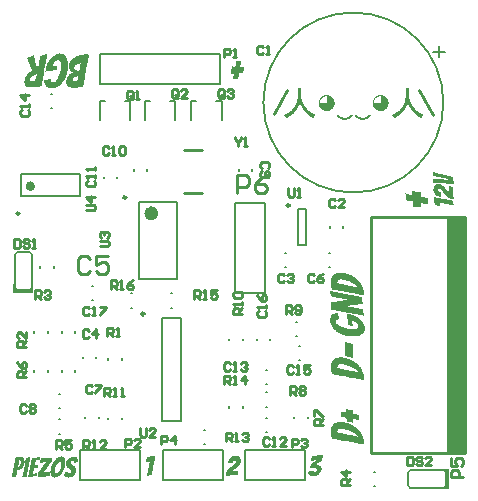
<source format=gto>
%FSLAX25Y25*%
%MOIN*%
G70*
G01*
G75*
G04 Layer_Color=65535*
%ADD10R,0.02000X0.02000*%
%ADD11R,0.04134X0.05512*%
%ADD12R,0.05512X0.04134*%
%ADD13O,0.09843X0.02756*%
%ADD14O,0.02362X0.08661*%
%ADD15R,0.06300X0.05500*%
%ADD16O,0.06693X0.01378*%
%ADD17R,0.03543X0.02559*%
%ADD18R,0.03543X0.03740*%
%ADD19R,0.03937X0.03937*%
%ADD20R,0.03937X0.03937*%
%ADD21R,0.03740X0.05315*%
%ADD22R,0.05315X0.03740*%
%ADD23C,0.03200*%
%ADD24C,0.02800*%
%ADD25C,0.01000*%
%ADD26C,0.00000*%
%ADD27C,0.02000*%
%ADD28C,0.01600*%
%ADD29R,0.05906X0.05906*%
%ADD30C,0.05906*%
%ADD31R,0.05906X0.05906*%
%ADD32C,0.04724*%
%ADD33R,0.04724X0.04724*%
%ADD34O,0.09843X0.06693*%
%ADD35C,0.02400*%
%ADD36C,0.05000*%
%ADD37R,0.02000X0.02000*%
%ADD38C,0.00984*%
%ADD39C,0.01575*%
%ADD40C,0.02362*%
%ADD41C,0.00800*%
%ADD42C,0.00787*%
%ADD43C,0.00591*%
%ADD44R,0.00730X0.02560*%
%ADD45R,0.06700X0.01800*%
%ADD46R,0.00650X0.02300*%
%ADD47R,0.02300X0.00650*%
%ADD48R,0.01800X0.06700*%
%ADD49R,0.02560X0.00730*%
%ADD50R,0.05906X0.78740*%
G36*
X343112Y299806D02*
X343252Y299790D01*
X343440Y299774D01*
X343627Y299759D01*
X343862Y299712D01*
X344111Y299665D01*
X344361Y299618D01*
X344642Y299540D01*
X344939Y299462D01*
X345252Y299368D01*
X345580Y299259D01*
X345908Y299134D01*
X346236Y298978D01*
X346251Y298962D01*
X346314Y298931D01*
X346408Y298884D01*
X346548Y298822D01*
X346704Y298728D01*
X346892Y298619D01*
X347095Y298494D01*
X347313Y298353D01*
X347548Y298181D01*
X347798Y298009D01*
X348048Y297822D01*
X348298Y297603D01*
X348797Y297150D01*
X349032Y296885D01*
X349266Y296619D01*
X349282Y296604D01*
X349328Y296541D01*
X349391Y296447D01*
X349469Y296338D01*
X349563Y296182D01*
X349672Y295994D01*
X349797Y295791D01*
X349906Y295557D01*
X350031Y295307D01*
X350156Y295026D01*
X350266Y294729D01*
X350359Y294432D01*
X350437Y294104D01*
X350500Y293776D01*
X350547Y293433D01*
X350563Y293074D01*
Y293058D01*
Y293011D01*
Y292949D01*
X350547Y292839D01*
Y292730D01*
X350531Y292574D01*
X350516Y292417D01*
X350500Y292230D01*
X350469D01*
X350406Y292246D01*
X350297Y292277D01*
X350141Y292308D01*
X349953Y292339D01*
X349735Y292386D01*
X349485Y292433D01*
X349203Y292480D01*
X348891Y292542D01*
X348548Y292620D01*
X348188Y292683D01*
X347813Y292761D01*
X347423Y292839D01*
X347001Y292917D01*
X346142Y293074D01*
X345252Y293245D01*
X344361Y293417D01*
X343471Y293573D01*
X342612Y293729D01*
X342206Y293808D01*
X341800Y293870D01*
X341425Y293933D01*
X341066Y293995D01*
X340722Y294057D01*
X340409Y294104D01*
X340113Y294151D01*
X339863Y294182D01*
Y294214D01*
X339847Y294292D01*
X339816Y294432D01*
X339785Y294589D01*
X339753Y294792D01*
X339707Y295010D01*
X339629Y295495D01*
Y295526D01*
X339613Y295604D01*
X339597Y295744D01*
X339566Y295916D01*
X339550Y296119D01*
X339535Y296369D01*
X339519Y296619D01*
Y296900D01*
Y296916D01*
Y296932D01*
Y297025D01*
X339535Y297166D01*
X339550Y297353D01*
X339582Y297556D01*
X339629Y297791D01*
X339691Y298009D01*
X339785Y298228D01*
X339800Y298259D01*
X339831Y298322D01*
X339894Y298431D01*
X339972Y298556D01*
X340066Y298712D01*
X340191Y298868D01*
X340331Y299009D01*
X340488Y299150D01*
X340503Y299165D01*
X340534Y299181D01*
X340581Y299212D01*
X340644Y299259D01*
X340738Y299306D01*
X340847Y299368D01*
X340972Y299431D01*
X341112Y299493D01*
X341269Y299556D01*
X341440Y299603D01*
X341644Y299665D01*
X341846Y299712D01*
X342315Y299790D01*
X342565Y299821D01*
X342987D01*
X343112Y299806D01*
D02*
G37*
G36*
X249699Y238517D02*
X249758Y238508D01*
X249836Y238498D01*
X250002Y238449D01*
X250187Y238371D01*
X250275Y238322D01*
X250373Y238264D01*
X250461Y238195D01*
X250549Y238107D01*
X250627Y238010D01*
X250695Y237903D01*
Y237893D01*
X250705Y237883D01*
X250724Y237854D01*
X250744Y237805D01*
X250763Y237756D01*
X250783Y237688D01*
X250812Y237610D01*
X250841Y237522D01*
X250861Y237415D01*
X250890Y237307D01*
X250910Y237180D01*
X250939Y237044D01*
X250949Y236897D01*
X250968Y236731D01*
X250978Y236556D01*
Y236370D01*
Y236361D01*
Y236341D01*
Y236312D01*
Y236273D01*
Y236224D01*
X250968Y236156D01*
X250958Y236009D01*
X250939Y235824D01*
X250910Y235609D01*
X250871Y235384D01*
X250812Y235131D01*
Y235121D01*
X250802Y235101D01*
X250793Y235062D01*
X250783Y235014D01*
X250763Y234955D01*
X250744Y234887D01*
X250705Y234721D01*
X250636Y234526D01*
X250568Y234321D01*
X250480Y234096D01*
X250383Y233881D01*
Y233872D01*
X250373Y233852D01*
X250353Y233823D01*
X250334Y233784D01*
X250275Y233677D01*
X250197Y233540D01*
X250109Y233384D01*
X250002Y233218D01*
X249875Y233042D01*
X249748Y232866D01*
X249729Y232847D01*
X249690Y232788D01*
X249611Y232710D01*
X249514Y232603D01*
X249407Y232486D01*
X249280Y232359D01*
X249133Y232232D01*
X248987Y232105D01*
X248977Y232095D01*
X248948Y232076D01*
X248909Y232047D01*
X248850Y232008D01*
X248772Y231959D01*
X248694Y231900D01*
X248597Y231851D01*
X248489Y231793D01*
X248245Y231676D01*
X247982Y231568D01*
X247845Y231529D01*
X247699Y231500D01*
X247562Y231481D01*
X247415Y231471D01*
X247357D01*
X247308Y231481D01*
X247201Y231490D01*
X247054Y231529D01*
X246898Y231578D01*
X246732Y231656D01*
X246566Y231773D01*
X246488Y231842D01*
X246420Y231920D01*
Y231929D01*
X246400Y231939D01*
X246381Y231968D01*
X246361Y232017D01*
X246332Y232066D01*
X246293Y232125D01*
X246254Y232203D01*
X246225Y232291D01*
X246186Y232388D01*
X246147Y232495D01*
X246117Y232613D01*
X246078Y232749D01*
X246059Y232886D01*
X246039Y233042D01*
X246020Y233208D01*
Y233384D01*
Y233393D01*
Y233433D01*
Y233491D01*
X246030Y233569D01*
X246039Y233667D01*
X246049Y233774D01*
X246059Y233911D01*
X246078Y234057D01*
X246108Y234223D01*
X246137Y234399D01*
X246176Y234584D01*
X246225Y234779D01*
X246274Y234984D01*
X246342Y235199D01*
X246410Y235423D01*
X246498Y235648D01*
X246508Y235658D01*
X246518Y235707D01*
X246547Y235765D01*
X246586Y235853D01*
X246635Y235951D01*
X246693Y236077D01*
X246762Y236204D01*
X246840Y236351D01*
X247025Y236673D01*
X247240Y237005D01*
X247494Y237346D01*
X247777Y237659D01*
X247786Y237668D01*
X247816Y237698D01*
X247865Y237737D01*
X247923Y237795D01*
X248001Y237863D01*
X248099Y237932D01*
X248206Y238010D01*
X248323Y238098D01*
X248450Y238176D01*
X248597Y238254D01*
X248743Y238322D01*
X248899Y238391D01*
X249055Y238449D01*
X249231Y238488D01*
X249397Y238517D01*
X249572Y238527D01*
X249651D01*
X249699Y238517D01*
D02*
G37*
G36*
X342253Y284342D02*
X342237D01*
X342206Y284326D01*
X342143Y284311D01*
X342081Y284295D01*
X341893Y284232D01*
X341690Y284139D01*
X341487Y284030D01*
X341300Y283873D01*
X341237Y283795D01*
X341175Y283701D01*
X341144Y283592D01*
X341128Y283483D01*
Y283467D01*
X341144Y283420D01*
X341159Y283342D01*
X341191Y283233D01*
X341269Y283108D01*
X341362Y282967D01*
X341487Y282811D01*
X341675Y282639D01*
X341706Y282624D01*
X341768Y282561D01*
X341893Y282483D01*
X342050Y282374D01*
X342237Y282249D01*
X342471Y282108D01*
X342753Y281952D01*
X343049Y281811D01*
X343065Y281796D01*
X343143Y281780D01*
X343237Y281733D01*
X343377Y281671D01*
X343565Y281593D01*
X343768Y281515D01*
X344002Y281437D01*
X344252Y281359D01*
X344533Y281265D01*
X344846Y281171D01*
X345158Y281093D01*
X345486Y281015D01*
X346173Y280906D01*
X346517Y280859D01*
X346876Y280843D01*
X347032D01*
X347189Y280859D01*
X347392Y280874D01*
X347610Y280906D01*
X347845Y280968D01*
X348048Y281030D01*
X348219Y281124D01*
X348235Y281140D01*
X348282Y281171D01*
X348344Y281234D01*
X348407Y281312D01*
X348485Y281405D01*
X348548Y281515D01*
X348594Y281640D01*
X348610Y281765D01*
Y281780D01*
Y281827D01*
X348594Y281905D01*
Y281999D01*
X348548Y282218D01*
X348454Y282468D01*
Y282483D01*
X348423Y282530D01*
X348391Y282592D01*
X348344Y282670D01*
X348204Y282858D01*
X348032Y283045D01*
X348001Y283077D01*
X347923Y283139D01*
X347798Y283233D01*
X347626Y283342D01*
X347407Y283452D01*
X347157Y283545D01*
X346876Y283623D01*
X346579Y283655D01*
X346814Y282061D01*
X345330Y282327D01*
Y282358D01*
X345314Y282421D01*
X345299Y282530D01*
X345283Y282670D01*
X345267Y282858D01*
X345236Y283077D01*
X345205Y283311D01*
X345174Y283576D01*
X345127Y283858D01*
X345080Y284154D01*
X344986Y284779D01*
X344892Y285420D01*
X344783Y286045D01*
X344846D01*
X344924Y286029D01*
X345033D01*
X345174Y286013D01*
X345330Y285982D01*
X345502Y285966D01*
X345689Y285935D01*
X346111Y285857D01*
X346548Y285748D01*
X347017Y285623D01*
X347454Y285451D01*
X347470D01*
X347501Y285435D01*
X347563Y285404D01*
X347641Y285357D01*
X347735Y285310D01*
X347845Y285263D01*
X348110Y285107D01*
X348407Y284935D01*
X348719Y284732D01*
X349047Y284498D01*
X349344Y284248D01*
X349360D01*
X349375Y284217D01*
X349469Y284123D01*
X349610Y283983D01*
X349766Y283795D01*
X349953Y283576D01*
X350141Y283311D01*
X350328Y283030D01*
X350484Y282733D01*
Y282717D01*
X350500Y282702D01*
X350516Y282655D01*
X350547Y282592D01*
X350609Y282452D01*
X350672Y282249D01*
X350734Y282030D01*
X350797Y281796D01*
X350844Y281546D01*
X350859Y281296D01*
Y281265D01*
Y281187D01*
X350844Y281062D01*
X350828Y280921D01*
X350797Y280734D01*
X350765Y280546D01*
X350703Y280343D01*
X350625Y280156D01*
X350609Y280140D01*
X350578Y280078D01*
X350531Y279984D01*
X350437Y279859D01*
X350344Y279734D01*
X350219Y279578D01*
X350063Y279437D01*
X349891Y279297D01*
X349875Y279281D01*
X349844Y279265D01*
X349781Y279219D01*
X349688Y279172D01*
X349578Y279109D01*
X349453Y279047D01*
X349297Y278969D01*
X349125Y278906D01*
X348922Y278828D01*
X348704Y278750D01*
X348454Y278687D01*
X348188Y278625D01*
X347907Y278578D01*
X347595Y278531D01*
X347267Y278516D01*
X346923Y278500D01*
X346736D01*
X346595Y278516D01*
X346439D01*
X346236Y278531D01*
X346017Y278547D01*
X345783Y278562D01*
X345533Y278594D01*
X345252Y278641D01*
X344689Y278734D01*
X344127Y278859D01*
X343565Y279047D01*
X343549D01*
X343502Y279078D01*
X343424Y279109D01*
X343330Y279156D01*
X343205Y279203D01*
X343065Y279265D01*
X342893Y279344D01*
X342721Y279437D01*
X342346Y279640D01*
X341940Y279875D01*
X341534Y280156D01*
X341159Y280452D01*
X341144Y280468D01*
X341112Y280499D01*
X341066Y280546D01*
X341003Y280609D01*
X340925Y280687D01*
X340831Y280781D01*
X340613Y280999D01*
X340378Y281280D01*
X340144Y281593D01*
X339925Y281921D01*
X339722Y282280D01*
Y282296D01*
X339707Y282327D01*
X339675Y282374D01*
X339644Y282452D01*
X339613Y282530D01*
X339566Y282624D01*
X339488Y282858D01*
X339394Y283123D01*
X339332Y283420D01*
X339269Y283701D01*
X339254Y283983D01*
Y283998D01*
Y284014D01*
Y284108D01*
X339269Y284232D01*
X339285Y284404D01*
X339300Y284576D01*
X339347Y284779D01*
X339394Y284967D01*
X339472Y285139D01*
X339488Y285154D01*
X339504Y285217D01*
X339550Y285295D01*
X339613Y285388D01*
X339691Y285513D01*
X339800Y285623D01*
X339910Y285748D01*
X340035Y285857D01*
X340066Y285888D01*
X340160Y285951D01*
X340300Y286029D01*
X340519Y286138D01*
X340769Y286247D01*
X341081Y286326D01*
X341456Y286388D01*
X341862Y286419D01*
X342253Y284342D01*
D02*
G37*
G36*
X339300Y293729D02*
X339410Y293698D01*
X339550Y293683D01*
X339722Y293636D01*
X339925Y293589D01*
X340160Y293542D01*
X340425Y293495D01*
X340706Y293433D01*
X341019Y293355D01*
X341362Y293292D01*
X341706Y293214D01*
X342081Y293136D01*
X342471Y293058D01*
X343284Y292902D01*
X344127Y292730D01*
X345002Y292558D01*
X345877Y292386D01*
X346736Y292230D01*
X347563Y292089D01*
X347954Y292011D01*
X348344Y291949D01*
X348704Y291902D01*
X349047Y291840D01*
X349375Y291808D01*
X349688Y291761D01*
Y291746D01*
Y291715D01*
X349703Y291652D01*
X349719Y291543D01*
X349750Y291387D01*
X349766Y291277D01*
X349797Y291168D01*
X349828Y291043D01*
X349860Y290887D01*
X349891Y290731D01*
X349938Y290543D01*
Y290527D01*
X349953Y290496D01*
Y290449D01*
X349985Y290387D01*
X350016Y290199D01*
X350078Y289996D01*
X350125Y289793D01*
X350188Y289590D01*
X350235Y289418D01*
X350250Y289356D01*
X350266Y289309D01*
X350172D01*
X350078Y289293D01*
X349938Y289278D01*
X349781Y289262D01*
X349594Y289247D01*
X349391Y289231D01*
X349157Y289215D01*
X348688Y289169D01*
X348219Y289122D01*
X347985Y289090D01*
X347766Y289075D01*
X347563Y289043D01*
X347392Y289028D01*
X347345D01*
X347298Y289012D01*
X347235D01*
X347079Y288997D01*
X346876Y288965D01*
X346657Y288934D01*
X346439Y288903D01*
X346220Y288887D01*
X346033Y288856D01*
X346001D01*
X345923Y288840D01*
X345783D01*
X345595Y288809D01*
X345377Y288794D01*
X345111Y288747D01*
X344830Y288700D01*
X344502Y288653D01*
X344517D01*
X344549Y288637D01*
X344611D01*
X344689Y288622D01*
X344783Y288606D01*
X344908Y288575D01*
X345174Y288528D01*
X345189D01*
X345236Y288512D01*
X345314D01*
X345424Y288481D01*
X345549Y288466D01*
X345689Y288450D01*
X346017Y288387D01*
X346033D01*
X346079Y288372D01*
X346158Y288356D01*
X346283Y288341D01*
X346423Y288325D01*
X346595Y288294D01*
X346814Y288247D01*
X347048Y288216D01*
X347313Y288153D01*
X347626Y288106D01*
X347954Y288044D01*
X348313Y287981D01*
X348704Y287903D01*
X349125Y287825D01*
X349578Y287747D01*
X350063Y287653D01*
X350563Y285451D01*
X350531D01*
X350469Y285467D01*
X350359Y285498D01*
X350203Y285529D01*
X350016Y285560D01*
X349797Y285607D01*
X349532Y285654D01*
X349250Y285716D01*
X348938Y285779D01*
X348594Y285841D01*
X348235Y285904D01*
X347845Y285982D01*
X347439Y286060D01*
X347032Y286138D01*
X346158Y286310D01*
X345252Y286482D01*
X344330Y286638D01*
X343408Y286810D01*
X342518Y286966D01*
X342096Y287029D01*
X341675Y287107D01*
X341284Y287169D01*
X340894Y287216D01*
X340534Y287278D01*
X340206Y287325D01*
X339894Y287356D01*
X339613Y287388D01*
Y287403D01*
Y287466D01*
X339597Y287560D01*
Y287669D01*
X339582Y287809D01*
X339566Y287950D01*
X339550Y288263D01*
Y288278D01*
X339535Y288341D01*
Y288419D01*
X339519Y288528D01*
Y288653D01*
X339504Y288794D01*
X339488Y289090D01*
Y289106D01*
Y289169D01*
X339472Y289247D01*
Y289340D01*
X339441Y289575D01*
X339425Y289809D01*
X339441D01*
X339472Y289825D01*
X339535D01*
X339613Y289840D01*
X339722Y289856D01*
X339831Y289887D01*
X340113Y289918D01*
X340409Y289981D01*
X340738Y290028D01*
X341066Y290074D01*
X341362Y290121D01*
X341393D01*
X341487Y290137D01*
X341628Y290168D01*
X341800Y290199D01*
X341987Y290231D01*
X342206Y290262D01*
X342409Y290293D01*
X342596Y290324D01*
X342612D01*
X342674Y290340D01*
X342768Y290356D01*
X342893Y290371D01*
X343034Y290402D01*
X343190Y290418D01*
X343533Y290480D01*
X343580D01*
X343627Y290496D01*
X343690Y290512D01*
X343846Y290527D01*
X344065Y290574D01*
X344315Y290621D01*
X344580Y290668D01*
X344846Y290731D01*
X345111Y290793D01*
X345095D01*
X345064Y290809D01*
X345002D01*
X344908Y290824D01*
X344814Y290840D01*
X344689Y290871D01*
X344408Y290918D01*
X344393D01*
X344330Y290933D01*
X344252Y290949D01*
X344143Y290965D01*
X344002Y290996D01*
X343862Y291012D01*
X343533Y291074D01*
X343518D01*
X343455Y291090D01*
X343362Y291105D01*
X343237Y291137D01*
X343096Y291168D01*
X342940Y291199D01*
X342596Y291262D01*
X342581D01*
X342503Y291277D01*
X342409Y291308D01*
X342253Y291340D01*
X342081Y291371D01*
X341878Y291418D01*
X341628Y291465D01*
X341362Y291527D01*
X341331D01*
X341284Y291543D01*
X341222Y291558D01*
X341144Y291574D01*
X341066Y291590D01*
X340831Y291636D01*
X340550Y291699D01*
X340222Y291761D01*
X339847Y291840D01*
X339441Y291918D01*
X339222Y293745D01*
X339238D01*
X339300Y293729D01*
D02*
G37*
G36*
X242750Y238420D02*
X242741Y238391D01*
X242731Y238351D01*
X242711Y238293D01*
X242672Y238166D01*
X242633Y238010D01*
Y238000D01*
X242623Y237981D01*
Y237942D01*
X242604Y237893D01*
X242584Y237766D01*
X242545Y237619D01*
Y237610D01*
X242535Y237590D01*
X242526Y237551D01*
X242516Y237512D01*
X242496Y237405D01*
X242477Y237288D01*
X242428D01*
X242360Y237278D01*
X242272D01*
X242165Y237268D01*
X242038D01*
X241882Y237258D01*
X241091D01*
X240759Y235570D01*
X240779D01*
X240847Y235580D01*
X240935D01*
X241052Y235589D01*
X241179D01*
X241325Y235599D01*
X241462Y235609D01*
X241716D01*
X241784Y235619D01*
X241930D01*
X241989Y235629D01*
X242038D01*
Y235619D01*
Y235580D01*
X242028Y235531D01*
X242018Y235463D01*
X242008Y235384D01*
X241999Y235287D01*
X241969Y235101D01*
Y235092D01*
X241960Y235062D01*
Y235014D01*
X241950Y234945D01*
X241940Y234867D01*
X241921Y234779D01*
X241891Y234584D01*
X241813D01*
X241774Y234574D01*
X241306D01*
X241140Y234565D01*
X241052D01*
X240993Y234555D01*
X240827D01*
X240632Y234545D01*
X240310Y232808D01*
X241677Y233032D01*
X241579Y231959D01*
X238544Y231500D01*
X239773Y238166D01*
X242750Y238430D01*
Y238420D01*
D02*
G37*
G36*
X246430Y236848D02*
X243863Y233189D01*
X243980D01*
X244039Y233198D01*
X244117D01*
X244214Y233208D01*
X244322D01*
X244458Y233218D01*
X244605Y233227D01*
X244790Y233237D01*
X244985Y233247D01*
X245210Y233267D01*
X245463Y233286D01*
X245747Y233306D01*
X245717Y231871D01*
X245405D01*
X245298Y231861D01*
X245034D01*
X244888Y231851D01*
X244731Y231842D01*
X244556D01*
X244380Y231832D01*
X244195Y231822D01*
X243785Y231793D01*
X243765D01*
X243717Y231783D01*
X243638D01*
X243541Y231773D01*
X243414Y231764D01*
X243267Y231744D01*
X243111Y231734D01*
X242955Y231715D01*
X242614Y231685D01*
X242272Y231646D01*
X242116Y231627D01*
X241979Y231607D01*
X241852Y231598D01*
X241745Y231578D01*
X241755Y232954D01*
X244429Y236585D01*
X244283D01*
X244214Y236575D01*
X244136D01*
X244048Y236565D01*
X243941Y236556D01*
X243824Y236546D01*
X243697Y236536D01*
X243560Y236517D01*
X243404Y236497D01*
X243248Y236478D01*
X243063Y236448D01*
X242877Y236419D01*
X242653Y236390D01*
X242828Y237863D01*
X246674Y238137D01*
X246430Y236848D01*
D02*
G37*
G36*
X236006Y238420D02*
X236123Y238410D01*
X236250Y238391D01*
X236377Y238371D01*
X236504Y238332D01*
X236621Y238283D01*
X236631Y238273D01*
X236670Y238254D01*
X236728Y238225D01*
X236787Y238186D01*
X236865Y238137D01*
X236943Y238069D01*
X237021Y238000D01*
X237099Y237912D01*
X237109Y237893D01*
X237128Y237863D01*
X237148Y237834D01*
X237177Y237785D01*
X237197Y237737D01*
X237265Y237600D01*
X237324Y237415D01*
X237372Y237200D01*
X237411Y236956D01*
X237421Y236663D01*
Y236653D01*
Y236644D01*
Y236614D01*
Y236575D01*
X237411Y236468D01*
X237402Y236341D01*
X237372Y236185D01*
X237343Y236009D01*
X237294Y235833D01*
X237226Y235648D01*
Y235638D01*
X237216Y235629D01*
X237187Y235570D01*
X237148Y235472D01*
X237089Y235355D01*
X237011Y235219D01*
X236924Y235072D01*
X236826Y234926D01*
X236709Y234779D01*
X236699Y234760D01*
X236650Y234721D01*
X236592Y234643D01*
X236504Y234565D01*
X236387Y234467D01*
X236260Y234360D01*
X236123Y234262D01*
X235967Y234174D01*
X235947Y234165D01*
X235899Y234135D01*
X235811Y234106D01*
X235703Y234067D01*
X235567Y234018D01*
X235420Y233989D01*
X235264Y233960D01*
X235098Y233950D01*
X235001D01*
Y233940D01*
X234991Y233911D01*
X234981Y233872D01*
X234971Y233803D01*
X234952Y233725D01*
X234932Y233637D01*
X234913Y233520D01*
X234884Y233393D01*
X234864Y233247D01*
X234835Y233091D01*
X234796Y232915D01*
X234767Y232720D01*
X234728Y232515D01*
X234698Y232291D01*
X234659Y232056D01*
X234620Y231803D01*
X233010Y231500D01*
Y231510D01*
X233019Y231549D01*
X233029Y231607D01*
X233049Y231685D01*
X233078Y231793D01*
X233098Y231910D01*
X233127Y232047D01*
X233166Y232203D01*
X233205Y232378D01*
X233244Y232564D01*
X233283Y232769D01*
X233332Y232974D01*
X233381Y233198D01*
X233429Y233433D01*
X233527Y233930D01*
X233634Y234457D01*
X233742Y234994D01*
X233957Y236097D01*
X234064Y236644D01*
X234161Y237171D01*
X234240Y237668D01*
X234279Y237903D01*
X234318Y238127D01*
X234327D01*
X234366Y238137D01*
X234415Y238156D01*
X234484Y238176D01*
X234571Y238195D01*
X234669Y238225D01*
X234776Y238254D01*
X234884Y238283D01*
X235137Y238332D01*
X235381Y238381D01*
X235625Y238420D01*
X235733Y238430D01*
X235918D01*
X236006Y238420D01*
D02*
G37*
G36*
X239354Y238283D02*
X239344Y238244D01*
X239324Y238166D01*
X239305Y238069D01*
X239285Y237951D01*
X239256Y237805D01*
X239227Y237639D01*
X239188Y237454D01*
X239149Y237249D01*
X239100Y237034D01*
X239061Y236800D01*
X239012Y236556D01*
X238954Y236292D01*
X238905Y236029D01*
X238797Y235482D01*
X238690Y234916D01*
X238583Y234350D01*
X238475Y233794D01*
X238417Y233520D01*
X238368Y233267D01*
X238319Y233013D01*
X238280Y232769D01*
X238231Y232544D01*
X238192Y232339D01*
X238163Y232144D01*
X238124Y231968D01*
X238095Y231812D01*
X238075Y231676D01*
X237958D01*
X237870Y231666D01*
X237743Y231656D01*
X237597Y231637D01*
X237411Y231617D01*
X237187Y231588D01*
X237158D01*
X237128Y231578D01*
X237089D01*
X236992Y231559D01*
X236875Y231549D01*
X236758Y231529D01*
X236650Y231520D01*
X236611Y231510D01*
X236572D01*
X236553Y231500D01*
X236543D01*
Y231510D01*
X236553Y231549D01*
X236572Y231607D01*
X236592Y231685D01*
X236621Y231783D01*
X236650Y231910D01*
X236680Y232037D01*
X236719Y232193D01*
X236758Y232359D01*
X236797Y232535D01*
X236836Y232730D01*
X236884Y232935D01*
X236982Y233364D01*
X237070Y233823D01*
Y233833D01*
X237080Y233852D01*
X237089Y233891D01*
X237099Y233950D01*
X237109Y234018D01*
X237128Y234096D01*
X237148Y234194D01*
X237168Y234291D01*
X237187Y234408D01*
X237207Y234535D01*
X237265Y234809D01*
X237324Y235111D01*
X237392Y235433D01*
X237451Y235775D01*
X237519Y236126D01*
X237655Y236829D01*
X237714Y237171D01*
X237782Y237502D01*
X237831Y237805D01*
X237880Y238078D01*
X239354Y238303D01*
Y238283D01*
D02*
G37*
G36*
X366618Y327105D02*
X366696Y327086D01*
X366813Y327066D01*
X366950Y327027D01*
X367125Y327008D01*
X367321Y326968D01*
X367516Y326910D01*
X368004Y326832D01*
X368512Y326714D01*
X369059Y326617D01*
X369625Y326519D01*
X369606Y325582D01*
Y325562D01*
Y325543D01*
Y325406D01*
Y325230D01*
X369586Y325035D01*
X369684D01*
X369762Y325015D01*
X369977Y324996D01*
X370250Y324976D01*
X370582Y324937D01*
X370953Y324879D01*
X371344Y324820D01*
X371774Y324742D01*
X371891Y322496D01*
X371852Y322516D01*
X371734Y322535D01*
X371559Y322574D01*
X371305Y322633D01*
X370973Y322711D01*
X370582Y322809D01*
X370133Y322906D01*
X369606Y323004D01*
Y321480D01*
X369528D01*
X369430Y321500D01*
X369313D01*
X369176Y321519D01*
X369000Y321539D01*
X368610Y321578D01*
X368161Y321617D01*
X367692Y321676D01*
X367243Y321734D01*
X366813Y321793D01*
Y322008D01*
Y322027D01*
Y322047D01*
Y322145D01*
Y322301D01*
X366793Y322516D01*
Y322750D01*
X366774Y323004D01*
X366715Y323531D01*
X366696D01*
X366657Y323551D01*
X366579D01*
X366481Y323570D01*
X366247Y323609D01*
X365993Y323648D01*
X365973D01*
X365934Y323668D01*
X365876D01*
X365778Y323687D01*
X365563Y323726D01*
X365290Y323765D01*
X365270D01*
X365231Y323785D01*
X365153Y323804D01*
X365055Y323824D01*
X364801Y323863D01*
X364547Y323922D01*
Y323941D01*
Y324000D01*
X364528Y324078D01*
Y324195D01*
Y324332D01*
X364508Y324488D01*
X364489Y324820D01*
X364450Y325211D01*
X364430Y325582D01*
X364391Y325914D01*
X364372Y326070D01*
X364352Y326187D01*
X364372D01*
X364411Y326168D01*
X364489D01*
X364586Y326129D01*
X364840Y326090D01*
X365133Y326011D01*
X365153D01*
X365212Y325992D01*
X365290Y325972D01*
X365387Y325953D01*
X365641Y325894D01*
X365934Y325816D01*
X365954D01*
X365993Y325797D01*
X366071D01*
X366168Y325758D01*
X366403Y325718D01*
X366696Y325640D01*
Y325660D01*
Y325679D01*
X366676Y325816D01*
X366657Y325972D01*
X366637Y326168D01*
Y326187D01*
Y326207D01*
X366618Y326324D01*
X366598Y326480D01*
Y326676D01*
Y326695D01*
Y326714D01*
X366579Y326832D01*
X366559Y326968D01*
X366540Y327125D01*
X366559D01*
X366618Y327105D01*
D02*
G37*
G36*
X249362Y372844D02*
X249503Y372828D01*
X249691Y372797D01*
X249878Y372765D01*
X250081Y372703D01*
X250268Y372625D01*
X250284Y372609D01*
X250346Y372578D01*
X250440Y372531D01*
X250565Y372438D01*
X250690Y372344D01*
X250846Y372219D01*
X250987Y372063D01*
X251128Y371891D01*
X251143Y371875D01*
X251159Y371844D01*
X251206Y371781D01*
X251253Y371688D01*
X251315Y371578D01*
X251377Y371453D01*
X251455Y371297D01*
X251518Y371125D01*
X251596Y370922D01*
X251674Y370704D01*
X251737Y370454D01*
X251799Y370188D01*
X251846Y369907D01*
X251893Y369595D01*
X251908Y369267D01*
X251924Y368923D01*
Y368907D01*
Y368845D01*
Y368736D01*
X251908Y368595D01*
Y368439D01*
X251893Y368236D01*
X251877Y368017D01*
X251862Y367783D01*
X251830Y367533D01*
X251784Y367252D01*
X251690Y366689D01*
X251565Y366127D01*
X251377Y365565D01*
Y365549D01*
X251346Y365502D01*
X251315Y365424D01*
X251268Y365330D01*
X251221Y365206D01*
X251159Y365065D01*
X251081Y364893D01*
X250987Y364721D01*
X250784Y364346D01*
X250550Y363940D01*
X250268Y363534D01*
X249972Y363159D01*
X249956Y363144D01*
X249925Y363112D01*
X249878Y363066D01*
X249815Y363003D01*
X249737Y362925D01*
X249644Y362831D01*
X249425Y362613D01*
X249144Y362378D01*
X248831Y362144D01*
X248503Y361925D01*
X248144Y361722D01*
X248129D01*
X248097Y361707D01*
X248050Y361675D01*
X247972Y361644D01*
X247894Y361613D01*
X247800Y361566D01*
X247566Y361488D01*
X247301Y361394D01*
X247004Y361332D01*
X246723Y361269D01*
X246442Y361254D01*
X246317D01*
X246192Y361269D01*
X246020Y361285D01*
X245848Y361300D01*
X245645Y361347D01*
X245458Y361394D01*
X245286Y361472D01*
X245270Y361488D01*
X245208Y361504D01*
X245129Y361550D01*
X245036Y361613D01*
X244911Y361691D01*
X244801Y361800D01*
X244676Y361910D01*
X244567Y362035D01*
X244536Y362066D01*
X244473Y362160D01*
X244395Y362300D01*
X244286Y362519D01*
X244177Y362769D01*
X244098Y363081D01*
X244036Y363456D01*
X244005Y363862D01*
X246082Y364253D01*
Y364237D01*
X246098Y364206D01*
X246113Y364143D01*
X246129Y364081D01*
X246192Y363893D01*
X246285Y363690D01*
X246395Y363487D01*
X246551Y363300D01*
X246629Y363237D01*
X246723Y363175D01*
X246832Y363144D01*
X246941Y363128D01*
X246957D01*
X247004Y363144D01*
X247082Y363159D01*
X247191Y363191D01*
X247316Y363269D01*
X247457Y363362D01*
X247613Y363487D01*
X247785Y363675D01*
X247800Y363706D01*
X247863Y363768D01*
X247941Y363893D01*
X248050Y364050D01*
X248175Y364237D01*
X248316Y364471D01*
X248472Y364753D01*
X248613Y365049D01*
X248628Y365065D01*
X248644Y365143D01*
X248691Y365237D01*
X248753Y365377D01*
X248831Y365565D01*
X248909Y365768D01*
X248988Y366002D01*
X249066Y366252D01*
X249159Y366533D01*
X249253Y366846D01*
X249331Y367158D01*
X249409Y367486D01*
X249519Y368173D01*
X249566Y368517D01*
X249581Y368876D01*
Y368892D01*
Y368923D01*
Y368970D01*
Y369032D01*
X249566Y369189D01*
X249550Y369392D01*
X249519Y369610D01*
X249456Y369845D01*
X249394Y370048D01*
X249300Y370219D01*
X249284Y370235D01*
X249253Y370282D01*
X249191Y370344D01*
X249113Y370407D01*
X249019Y370485D01*
X248909Y370548D01*
X248784Y370594D01*
X248660Y370610D01*
X248597D01*
X248519Y370594D01*
X248425D01*
X248207Y370548D01*
X247957Y370454D01*
X247941D01*
X247894Y370423D01*
X247832Y370391D01*
X247754Y370344D01*
X247566Y370204D01*
X247379Y370032D01*
X247347Y370001D01*
X247285Y369923D01*
X247191Y369798D01*
X247082Y369626D01*
X246973Y369407D01*
X246879Y369157D01*
X246801Y368876D01*
X246769Y368579D01*
X248363Y368814D01*
X248097Y367330D01*
X248066D01*
X248004Y367314D01*
X247894Y367299D01*
X247754Y367283D01*
X247566Y367267D01*
X247347Y367236D01*
X247113Y367205D01*
X246848Y367174D01*
X246567Y367127D01*
X246270Y367080D01*
X245645Y366986D01*
X245005Y366892D01*
X244380Y366783D01*
Y366799D01*
Y366846D01*
X244395Y366924D01*
Y367033D01*
X244411Y367174D01*
X244442Y367330D01*
X244458Y367502D01*
X244489Y367689D01*
X244567Y368111D01*
X244676Y368548D01*
X244801Y369017D01*
X244973Y369454D01*
Y369470D01*
X244989Y369501D01*
X245020Y369563D01*
X245067Y369641D01*
X245114Y369735D01*
X245161Y369845D01*
X245317Y370110D01*
X245489Y370407D01*
X245692Y370719D01*
X245926Y371047D01*
X246176Y371344D01*
Y371360D01*
X246207Y371375D01*
X246301Y371469D01*
X246442Y371610D01*
X246629Y371766D01*
X246848Y371953D01*
X247113Y372141D01*
X247394Y372328D01*
X247691Y372484D01*
X247707D01*
X247722Y372500D01*
X247769Y372516D01*
X247832Y372547D01*
X247972Y372609D01*
X248175Y372672D01*
X248394Y372734D01*
X248628Y372797D01*
X248878Y372844D01*
X249128Y372859D01*
X249237D01*
X249362Y372844D01*
D02*
G37*
G36*
X245005Y372484D02*
X244989Y372422D01*
X244973Y372313D01*
X244942Y372172D01*
X244895Y372000D01*
X244864Y371797D01*
X244817Y371563D01*
X244755Y371297D01*
X244708Y371016D01*
X244645Y370688D01*
X244567Y370360D01*
X244505Y370001D01*
X244426Y369626D01*
X244348Y369235D01*
X244192Y368423D01*
X244036Y367580D01*
X243880Y366705D01*
X243724Y365830D01*
X243567Y364971D01*
X243427Y364143D01*
X243364Y363753D01*
X243302Y363378D01*
X243255Y363003D01*
X243208Y362659D01*
X243161Y362331D01*
X243130Y362035D01*
X243114D01*
X243052Y362019D01*
X242958Y361988D01*
X242833Y361957D01*
X242677Y361910D01*
X242474Y361863D01*
X242255Y361816D01*
X242021Y361769D01*
X241740Y361722D01*
X241443Y361675D01*
X241131Y361629D01*
X240803Y361582D01*
X240459Y361550D01*
X240084Y361519D01*
X239319Y361504D01*
X239163D01*
X239069Y361519D01*
X238944Y361535D01*
X238803Y361566D01*
X238491Y361644D01*
X238319Y361707D01*
X238163Y361769D01*
X237991Y361863D01*
X237850Y361972D01*
X237710Y362097D01*
X237601Y362253D01*
X237491Y362409D01*
X237429Y362613D01*
Y362628D01*
X237413Y362675D01*
X237398Y362737D01*
X237382Y362831D01*
Y362956D01*
X237366Y363097D01*
X237351Y363269D01*
Y363440D01*
Y363456D01*
Y363534D01*
X237366Y363628D01*
X237382Y363768D01*
X237398Y363925D01*
X237429Y364112D01*
X237491Y364315D01*
X237554Y364534D01*
X237569Y364565D01*
X237585Y364628D01*
X237632Y364737D01*
X237694Y364893D01*
X237772Y365049D01*
X237882Y365237D01*
X237991Y365424D01*
X238116Y365627D01*
X238132Y365643D01*
X238147Y365674D01*
X238194Y365737D01*
X238241Y365799D01*
X238319Y365893D01*
X238397Y366002D01*
X238616Y366236D01*
X238881Y366502D01*
X239178Y366783D01*
X239538Y367049D01*
X239912Y367283D01*
Y367299D01*
X239881Y367330D01*
X239850Y367408D01*
X239819Y367486D01*
X239772Y367595D01*
X239709Y367736D01*
X239647Y367877D01*
X239569Y368033D01*
X239412Y368392D01*
X239241Y368782D01*
X239069Y369189D01*
X238897Y369610D01*
Y369626D01*
X238881Y369657D01*
X238850Y369720D01*
X238819Y369798D01*
X238788Y369892D01*
X238741Y370001D01*
X238632Y370251D01*
X238522Y370548D01*
X238382Y370844D01*
X238257Y371157D01*
X238147Y371453D01*
X240475Y372266D01*
Y372250D01*
X240490Y372219D01*
X240506Y372172D01*
X240522Y372094D01*
X240553Y372000D01*
X240584Y371891D01*
X240647Y371641D01*
X240740Y371328D01*
X240834Y370969D01*
X240943Y370594D01*
X241037Y370204D01*
X241256Y369407D01*
X241349Y369032D01*
X241443Y368673D01*
X241521Y368361D01*
X241584Y368079D01*
X241599Y367970D01*
X241631Y367877D01*
Y367798D01*
X241646Y367736D01*
X241849Y367798D01*
Y367830D01*
X241865Y367923D01*
X241896Y368064D01*
X241927Y368236D01*
X241974Y368470D01*
X242021Y368720D01*
X242068Y369017D01*
X242115Y369329D01*
X242177Y369641D01*
X242240Y369985D01*
X242349Y370657D01*
X242412Y371001D01*
X242474Y371313D01*
X242521Y371610D01*
X242568Y371891D01*
X245005Y372500D01*
Y372484D01*
D02*
G37*
G36*
X309688Y370282D02*
X309672Y370188D01*
X309641Y370047D01*
X309594Y369844D01*
X309532Y369579D01*
X309454Y369267D01*
X309375Y368907D01*
X309297Y368485D01*
X310516D01*
Y368470D01*
Y368423D01*
X310500Y368345D01*
Y368251D01*
X310484Y368142D01*
X310469Y368001D01*
X310437Y367689D01*
X310406Y367330D01*
X310359Y366955D01*
X310313Y366596D01*
X310266Y366252D01*
X309860D01*
X309688Y366236D01*
X309500D01*
X309297Y366221D01*
X308875Y366174D01*
Y366158D01*
X308860Y366127D01*
Y366064D01*
X308844Y365986D01*
X308813Y365799D01*
X308782Y365596D01*
Y365580D01*
X308766Y365549D01*
Y365502D01*
X308751Y365424D01*
X308719Y365252D01*
X308688Y365034D01*
Y365018D01*
X308672Y364987D01*
X308657Y364924D01*
X308641Y364846D01*
X308610Y364643D01*
X308563Y364440D01*
X308501D01*
X308438Y364424D01*
X308235D01*
X308110Y364409D01*
X307845Y364393D01*
X307532Y364362D01*
X307235Y364346D01*
X306970Y364315D01*
X306845Y364299D01*
X306751Y364284D01*
Y364299D01*
X306767Y364331D01*
Y364393D01*
X306798Y364471D01*
X306829Y364674D01*
X306892Y364909D01*
Y364924D01*
X306907Y364971D01*
X306923Y365034D01*
X306939Y365112D01*
X306985Y365315D01*
X307048Y365549D01*
Y365565D01*
X307064Y365596D01*
Y365658D01*
X307095Y365736D01*
X307126Y365924D01*
X307189Y366158D01*
X307157D01*
X307048Y366143D01*
X306923Y366127D01*
X306767Y366111D01*
X306736D01*
X306642Y366096D01*
X306517Y366080D01*
X306329D01*
X306236Y366064D01*
X306126Y366049D01*
X306001Y366033D01*
Y366049D01*
X306017Y366096D01*
X306033Y366158D01*
X306048Y366252D01*
X306080Y366361D01*
X306095Y366502D01*
X306126Y366658D01*
X306173Y366814D01*
X306236Y367205D01*
X306329Y367611D01*
X306408Y368048D01*
X306486Y368501D01*
X307235Y368485D01*
X307517D01*
X307673Y368470D01*
Y368485D01*
Y368501D01*
Y368548D01*
X307688Y368611D01*
X307704Y368782D01*
X307720Y369001D01*
X307751Y369267D01*
X307798Y369563D01*
X307845Y369876D01*
X307907Y370219D01*
X309703Y370313D01*
X309688Y370282D01*
D02*
G37*
G36*
X258297Y372531D02*
X258453D01*
X258625Y372516D01*
X258984Y372484D01*
X258969Y372453D01*
X258953Y372359D01*
X258922Y372219D01*
X258875Y372031D01*
X258813Y371797D01*
X258734Y371500D01*
X258656Y371188D01*
X258578Y370829D01*
X258485Y370438D01*
X258406Y370032D01*
X258313Y369595D01*
X258219Y369126D01*
X258125Y368657D01*
X258032Y368173D01*
X257860Y367174D01*
Y367158D01*
Y367142D01*
X257844Y367049D01*
X257813Y366908D01*
X257782Y366721D01*
X257750Y366471D01*
X257703Y366190D01*
X257657Y365862D01*
X257594Y365502D01*
X257532Y365112D01*
X257469Y364690D01*
X257407Y364237D01*
X257329Y363784D01*
X257266Y363300D01*
X257188Y362800D01*
X257032Y361800D01*
X257001D01*
X256938Y361785D01*
X256829Y361753D01*
X256688Y361738D01*
X256516Y361707D01*
X256313Y361660D01*
X256095Y361629D01*
X255845Y361582D01*
X255314Y361519D01*
X254751Y361441D01*
X254189Y361394D01*
X253924Y361379D01*
X253533D01*
X253424Y361394D01*
X253299Y361410D01*
X253158Y361441D01*
X252830Y361504D01*
X252471Y361629D01*
X252299Y361722D01*
X252112Y361816D01*
X251955Y361941D01*
X251799Y362082D01*
X251659Y362238D01*
X251534Y362425D01*
X251518Y362441D01*
X251502Y362503D01*
X251455Y362581D01*
X251409Y362706D01*
X251377Y362847D01*
X251331Y363019D01*
X251315Y363206D01*
X251299Y363409D01*
Y363440D01*
Y363503D01*
X251315Y363612D01*
Y363753D01*
X251346Y363925D01*
X251377Y364112D01*
X251424Y364300D01*
X251487Y364487D01*
Y364503D01*
X251518Y364565D01*
X251549Y364659D01*
X251612Y364784D01*
X251674Y364924D01*
X251752Y365080D01*
X251955Y365393D01*
Y365408D01*
X251987Y365424D01*
X252065Y365533D01*
X252190Y365674D01*
X252361Y365846D01*
X252580Y366033D01*
X252815Y366221D01*
X253096Y366393D01*
X253392Y366533D01*
X253377Y366549D01*
X253346Y366564D01*
X253283Y366611D01*
X253205Y366674D01*
X253111Y366752D01*
X253017Y366846D01*
X252908Y366955D01*
X252783Y367095D01*
X252674Y367236D01*
X252565Y367408D01*
X252471Y367595D01*
X252377Y367798D01*
X252299Y368033D01*
X252237Y368267D01*
X252205Y368532D01*
X252190Y368814D01*
Y368829D01*
Y368907D01*
X252205Y369017D01*
X252221Y369142D01*
X252252Y369314D01*
X252299Y369485D01*
X252361Y369673D01*
X252455Y369876D01*
X252471Y369892D01*
X252502Y369970D01*
X252565Y370063D01*
X252627Y370188D01*
X252736Y370344D01*
X252846Y370501D01*
X252986Y370672D01*
X253142Y370844D01*
X253158Y370860D01*
X253221Y370922D01*
X253314Y371001D01*
X253424Y371094D01*
X253580Y371219D01*
X253752Y371344D01*
X253939Y371469D01*
X254158Y371594D01*
X254189Y371610D01*
X254252Y371641D01*
X254377Y371703D01*
X254533Y371781D01*
X254704Y371860D01*
X254908Y371953D01*
X255142Y372031D01*
X255376Y372125D01*
X255392D01*
X255439Y372141D01*
X255501Y372156D01*
X255595Y372188D01*
X255704Y372219D01*
X255845Y372266D01*
X256001Y372297D01*
X256173Y372328D01*
X256563Y372406D01*
X257001Y372484D01*
X257469Y372531D01*
X257969Y372547D01*
X258172D01*
X258297Y372531D01*
D02*
G37*
G36*
X343112Y271560D02*
X343252Y271545D01*
X343440Y271529D01*
X343627Y271513D01*
X343862Y271466D01*
X344111Y271420D01*
X344361Y271373D01*
X344642Y271294D01*
X344939Y271216D01*
X345252Y271123D01*
X345580Y271013D01*
X345908Y270888D01*
X346236Y270732D01*
X346251Y270717D01*
X346314Y270685D01*
X346408Y270638D01*
X346548Y270576D01*
X346704Y270482D01*
X346892Y270373D01*
X347095Y270248D01*
X347313Y270107D01*
X347548Y269936D01*
X347798Y269764D01*
X348048Y269576D01*
X348298Y269358D01*
X348797Y268905D01*
X349032Y268639D01*
X349266Y268374D01*
X349282Y268358D01*
X349328Y268296D01*
X349391Y268202D01*
X349469Y268092D01*
X349563Y267936D01*
X349672Y267749D01*
X349797Y267546D01*
X349906Y267311D01*
X350031Y267061D01*
X350156Y266780D01*
X350266Y266484D01*
X350359Y266187D01*
X350437Y265859D01*
X350500Y265531D01*
X350547Y265187D01*
X350563Y264828D01*
Y264812D01*
Y264765D01*
Y264703D01*
X350547Y264594D01*
Y264484D01*
X350531Y264328D01*
X350516Y264172D01*
X350500Y263984D01*
X350469D01*
X350406Y264000D01*
X350297Y264031D01*
X350141Y264062D01*
X349953Y264094D01*
X349735Y264141D01*
X349485Y264187D01*
X349203Y264234D01*
X348891Y264297D01*
X348548Y264375D01*
X348188Y264437D01*
X347813Y264515D01*
X347423Y264594D01*
X347001Y264672D01*
X346142Y264828D01*
X345252Y265000D01*
X344361Y265172D01*
X343471Y265328D01*
X342612Y265484D01*
X342206Y265562D01*
X341800Y265624D01*
X341425Y265687D01*
X341066Y265749D01*
X340722Y265812D01*
X340409Y265859D01*
X340113Y265906D01*
X339863Y265937D01*
Y265968D01*
X339847Y266046D01*
X339816Y266187D01*
X339785Y266343D01*
X339753Y266546D01*
X339707Y266765D01*
X339629Y267249D01*
Y267280D01*
X339613Y267358D01*
X339597Y267499D01*
X339566Y267671D01*
X339550Y267874D01*
X339535Y268124D01*
X339519Y268374D01*
Y268655D01*
Y268670D01*
Y268686D01*
Y268780D01*
X339535Y268920D01*
X339550Y269108D01*
X339582Y269311D01*
X339629Y269545D01*
X339691Y269764D01*
X339785Y269983D01*
X339800Y270014D01*
X339831Y270076D01*
X339894Y270185D01*
X339972Y270310D01*
X340066Y270467D01*
X340191Y270623D01*
X340331Y270763D01*
X340488Y270904D01*
X340503Y270920D01*
X340534Y270935D01*
X340581Y270967D01*
X340644Y271013D01*
X340738Y271060D01*
X340847Y271123D01*
X340972Y271185D01*
X341112Y271248D01*
X341269Y271310D01*
X341440Y271357D01*
X341644Y271420D01*
X341846Y271466D01*
X342315Y271545D01*
X342565Y271576D01*
X342987D01*
X343112Y271560D01*
D02*
G37*
G36*
X346923Y276059D02*
Y276043D01*
Y275965D01*
Y275856D01*
X346907Y275715D01*
Y275559D01*
Y275371D01*
X346892Y275168D01*
Y274950D01*
X346876Y274497D01*
Y274294D01*
Y274075D01*
X346861Y273887D01*
Y273731D01*
Y273591D01*
Y273481D01*
Y273466D01*
Y273450D01*
Y273403D01*
Y273341D01*
Y273185D01*
Y272997D01*
Y272778D01*
X346876Y272544D01*
Y272325D01*
X346892Y272107D01*
Y272091D01*
Y272013D01*
Y271919D01*
Y271794D01*
X346907Y271654D01*
Y271498D01*
Y271185D01*
X344252Y271904D01*
Y271919D01*
Y271982D01*
Y272060D01*
X344268Y272169D01*
Y272294D01*
Y272450D01*
X344283Y272778D01*
X344299Y273122D01*
Y273466D01*
X344315Y273622D01*
Y273762D01*
Y273872D01*
Y273966D01*
Y273981D01*
Y274028D01*
Y274106D01*
Y274216D01*
Y274340D01*
Y274481D01*
Y274653D01*
X344299Y274825D01*
Y275231D01*
X344283Y275668D01*
X344268Y276121D01*
X344236Y276574D01*
X346923Y276059D01*
D02*
G37*
G36*
X343112Y250060D02*
X343252Y250044D01*
X343440Y250029D01*
X343627Y250013D01*
X343862Y249966D01*
X344111Y249920D01*
X344361Y249873D01*
X344642Y249795D01*
X344939Y249716D01*
X345252Y249623D01*
X345580Y249513D01*
X345908Y249388D01*
X346236Y249232D01*
X346251Y249217D01*
X346314Y249185D01*
X346408Y249138D01*
X346548Y249076D01*
X346704Y248982D01*
X346892Y248873D01*
X347095Y248748D01*
X347313Y248607D01*
X347548Y248436D01*
X347798Y248264D01*
X348048Y248076D01*
X348298Y247858D01*
X348797Y247405D01*
X349032Y247139D01*
X349266Y246874D01*
X349282Y246858D01*
X349328Y246796D01*
X349391Y246702D01*
X349469Y246592D01*
X349563Y246436D01*
X349672Y246249D01*
X349797Y246046D01*
X349906Y245811D01*
X350031Y245562D01*
X350156Y245280D01*
X350266Y244984D01*
X350359Y244687D01*
X350437Y244359D01*
X350500Y244031D01*
X350547Y243687D01*
X350563Y243328D01*
Y243312D01*
Y243265D01*
Y243203D01*
X350547Y243094D01*
Y242984D01*
X350531Y242828D01*
X350516Y242672D01*
X350500Y242484D01*
X350469D01*
X350406Y242500D01*
X350297Y242531D01*
X350141Y242563D01*
X349953Y242594D01*
X349735Y242641D01*
X349485Y242687D01*
X349203Y242734D01*
X348891Y242797D01*
X348548Y242875D01*
X348188Y242937D01*
X347813Y243016D01*
X347423Y243094D01*
X347001Y243172D01*
X346142Y243328D01*
X345252Y243500D01*
X344361Y243671D01*
X343471Y243828D01*
X342612Y243984D01*
X342206Y244062D01*
X341800Y244125D01*
X341425Y244187D01*
X341066Y244249D01*
X340722Y244312D01*
X340409Y244359D01*
X340113Y244406D01*
X339863Y244437D01*
Y244468D01*
X339847Y244546D01*
X339816Y244687D01*
X339785Y244843D01*
X339753Y245046D01*
X339707Y245265D01*
X339629Y245749D01*
Y245780D01*
X339613Y245858D01*
X339597Y245999D01*
X339566Y246171D01*
X339550Y246374D01*
X339535Y246624D01*
X339519Y246874D01*
Y247155D01*
Y247170D01*
Y247186D01*
Y247280D01*
X339535Y247420D01*
X339550Y247608D01*
X339582Y247811D01*
X339629Y248045D01*
X339691Y248264D01*
X339785Y248482D01*
X339800Y248514D01*
X339831Y248576D01*
X339894Y248686D01*
X339972Y248811D01*
X340066Y248967D01*
X340191Y249123D01*
X340331Y249264D01*
X340488Y249404D01*
X340503Y249420D01*
X340534Y249435D01*
X340581Y249466D01*
X340644Y249513D01*
X340738Y249560D01*
X340847Y249623D01*
X340972Y249685D01*
X341112Y249748D01*
X341269Y249810D01*
X341440Y249857D01*
X341644Y249920D01*
X341846Y249966D01*
X342315Y250044D01*
X342565Y250076D01*
X342987D01*
X343112Y250060D01*
D02*
G37*
G36*
X344596Y254309D02*
X344658Y254293D01*
X344752Y254277D01*
X344861Y254246D01*
X345002Y254231D01*
X345158Y254199D01*
X345314Y254152D01*
X345705Y254090D01*
X346111Y253996D01*
X346548Y253918D01*
X347001Y253840D01*
X346986Y253090D01*
Y253075D01*
Y253059D01*
Y252950D01*
Y252809D01*
X346970Y252653D01*
X347048D01*
X347111Y252637D01*
X347282Y252622D01*
X347501Y252606D01*
X347766Y252575D01*
X348063Y252528D01*
X348376Y252481D01*
X348719Y252419D01*
X348813Y250622D01*
X348782Y250638D01*
X348688Y250654D01*
X348548Y250685D01*
X348344Y250732D01*
X348079Y250794D01*
X347766Y250872D01*
X347407Y250950D01*
X346986Y251028D01*
Y249810D01*
X346923D01*
X346845Y249826D01*
X346751D01*
X346642Y249841D01*
X346501Y249857D01*
X346189Y249888D01*
X345830Y249920D01*
X345455Y249966D01*
X345095Y250013D01*
X344752Y250060D01*
Y250232D01*
Y250248D01*
Y250263D01*
Y250341D01*
Y250466D01*
X344736Y250638D01*
Y250826D01*
X344721Y251028D01*
X344674Y251450D01*
X344658D01*
X344627Y251466D01*
X344564D01*
X344486Y251482D01*
X344299Y251513D01*
X344096Y251544D01*
X344080D01*
X344049Y251560D01*
X344002D01*
X343924Y251575D01*
X343752Y251606D01*
X343533Y251638D01*
X343518D01*
X343487Y251653D01*
X343424Y251669D01*
X343346Y251685D01*
X343143Y251716D01*
X342940Y251763D01*
Y251778D01*
Y251825D01*
X342924Y251888D01*
Y251981D01*
Y252091D01*
X342909Y252216D01*
X342893Y252481D01*
X342862Y252794D01*
X342846Y253090D01*
X342815Y253356D01*
X342799Y253481D01*
X342784Y253575D01*
X342799D01*
X342831Y253559D01*
X342893D01*
X342971Y253528D01*
X343174Y253497D01*
X343408Y253434D01*
X343424D01*
X343471Y253418D01*
X343533Y253403D01*
X343612Y253387D01*
X343815Y253340D01*
X344049Y253278D01*
X344065D01*
X344096Y253262D01*
X344158D01*
X344236Y253231D01*
X344424Y253200D01*
X344658Y253137D01*
Y253153D01*
Y253169D01*
X344642Y253278D01*
X344627Y253403D01*
X344611Y253559D01*
Y253575D01*
Y253590D01*
X344596Y253684D01*
X344580Y253809D01*
Y253965D01*
Y253981D01*
Y253996D01*
X344564Y254090D01*
X344549Y254199D01*
X344533Y254324D01*
X344549D01*
X344596Y254309D01*
D02*
G37*
G36*
X329551Y361204D02*
X329609Y361181D01*
X329668Y361145D01*
X329703Y361099D01*
Y361064D01*
Y361028D01*
X329679Y360993D01*
X329644Y360946D01*
X329597Y360900D01*
X329527Y360853D01*
Y358932D01*
Y358921D01*
Y358886D01*
X329539Y358815D01*
X329551Y358733D01*
X329562Y358628D01*
X329586Y358511D01*
X329609Y358359D01*
X329644Y358195D01*
X329691Y358019D01*
X329738Y357832D01*
X329797Y357621D01*
X329867Y357410D01*
X330031Y356942D01*
X330136Y356696D01*
X330253Y356450D01*
X330370Y356181D01*
X330511Y355923D01*
X330663Y355654D01*
X330839Y355384D01*
X331026Y355127D01*
X331225Y354857D01*
X331448Y354588D01*
X331682Y354330D01*
X331939Y354073D01*
X332209Y353827D01*
X332502Y353581D01*
X332818Y353347D01*
X333157Y353112D01*
X333520Y352902D01*
X333895Y352703D01*
X334305Y352515D01*
X333743Y351344D01*
X333731D01*
X333708Y351356D01*
X333661Y351379D01*
X333602Y351414D01*
X333520Y351450D01*
X333438Y351497D01*
X333333Y351555D01*
X333216Y351625D01*
X332946Y351789D01*
X332654Y351988D01*
X332314Y352222D01*
X331963Y352515D01*
X331588Y352831D01*
X331202Y353206D01*
X331014Y353417D01*
X330815Y353628D01*
X330628Y353850D01*
X330440Y354096D01*
X330265Y354342D01*
X330078Y354600D01*
X329902Y354881D01*
X329738Y355173D01*
X329586Y355466D01*
X329433Y355782D01*
X329281Y356110D01*
X329152Y356450D01*
Y356438D01*
X329141Y356415D01*
X329129Y356368D01*
X329106Y356298D01*
X329070Y356216D01*
X329035Y356110D01*
X329000Y356005D01*
X328942Y355876D01*
X328883Y355735D01*
X328824Y355583D01*
X328661Y355255D01*
X328462Y354892D01*
X328227Y354494D01*
X327958Y354084D01*
X327630Y353663D01*
X327454Y353452D01*
X327267Y353230D01*
X327068Y353019D01*
X326857Y352820D01*
X326635Y352609D01*
X326401Y352410D01*
X326155Y352211D01*
X325885Y352023D01*
X325616Y351836D01*
X325323Y351660D01*
X325019Y351497D01*
X324703Y351344D01*
X324000Y352375D01*
X324012D01*
X324047Y352398D01*
X324105Y352422D01*
X324187Y352457D01*
X324293Y352503D01*
X324410Y352562D01*
X324550Y352632D01*
X324691Y352714D01*
X324855Y352808D01*
X325030Y352925D01*
X325218Y353042D01*
X325405Y353171D01*
X325604Y353311D01*
X325815Y353475D01*
X326014Y353639D01*
X326225Y353827D01*
X326436Y354026D01*
X326635Y354237D01*
X326846Y354459D01*
X327045Y354705D01*
X327232Y354963D01*
X327419Y355232D01*
X327595Y355513D01*
X327759Y355818D01*
X327899Y356134D01*
X328040Y356462D01*
X328157Y356813D01*
X328262Y357176D01*
X328344Y357551D01*
X328403Y357949D01*
X328438Y358359D01*
X328450Y358792D01*
Y361227D01*
X329504D01*
X329551Y361204D01*
D02*
G37*
G36*
X373678Y333361D02*
X373746Y333341D01*
X373834Y333312D01*
X373951Y333283D01*
X374088Y333243D01*
X374234Y333195D01*
X374400Y333146D01*
X374585Y333097D01*
X374781Y333039D01*
X375191Y332931D01*
X375620Y332814D01*
X376059Y332697D01*
X376069D01*
X376108Y332687D01*
X376176Y332668D01*
X376254Y332648D01*
X376352Y332619D01*
X376469Y332590D01*
X376606Y332560D01*
X376752Y332521D01*
X376899Y332482D01*
X377064Y332443D01*
X377406Y332355D01*
X377748Y332277D01*
X378089Y332189D01*
X378099D01*
X378128Y332180D01*
X378177Y332170D01*
X378245Y332150D01*
X378324Y332131D01*
X378431Y332102D01*
X378548Y332082D01*
X378675Y332043D01*
X378821Y332014D01*
X378987Y331975D01*
X379163Y331926D01*
X379348Y331887D01*
X379553Y331838D01*
X379758Y331789D01*
X379983Y331740D01*
X380217Y331682D01*
X380578Y329242D01*
X380568D01*
X380529Y329252D01*
X380471D01*
X380383Y329261D01*
X380285Y329271D01*
X380158Y329281D01*
X380022Y329291D01*
X379866Y329310D01*
X379690Y329320D01*
X379495Y329340D01*
X379290Y329359D01*
X379075Y329379D01*
X378851Y329398D01*
X378607Y329418D01*
X378353Y329437D01*
X378099Y329457D01*
X377562Y329505D01*
X376996Y329544D01*
X376420Y329584D01*
X375845Y329623D01*
X375278Y329652D01*
X374712Y329681D01*
X374185Y329701D01*
X373922Y329710D01*
X373678Y329720D01*
Y329730D01*
Y329749D01*
Y329788D01*
Y329837D01*
Y329896D01*
Y329964D01*
X373668Y330140D01*
Y330335D01*
X373649Y330559D01*
X373639Y330794D01*
X373619Y331028D01*
X373600Y331174D01*
X373649D01*
X373707Y331165D01*
X373785Y331155D01*
X373873Y331145D01*
X373980Y331135D01*
X374107Y331126D01*
X374234Y331116D01*
X374517Y331087D01*
X374820Y331057D01*
X375113Y331028D01*
X375395Y330999D01*
X375425D01*
X375464Y330989D01*
X375513D01*
X375571Y330979D01*
X375640D01*
X375805Y330960D01*
X375981Y330940D01*
X376176Y330921D01*
X376362Y330911D01*
X376537Y330891D01*
X376557D01*
X376606Y330882D01*
X376694D01*
X376801Y330872D01*
X376928Y330852D01*
X377074Y330843D01*
X377377Y330813D01*
X377406D01*
X377445Y330803D01*
X377494D01*
X377553Y330794D01*
X377631Y330784D01*
X377797Y330774D01*
X378001Y330755D01*
X378226Y330725D01*
X378470Y330706D01*
X378714Y330677D01*
Y330852D01*
X373727Y331897D01*
Y331906D01*
Y331936D01*
Y331994D01*
X373717Y332053D01*
Y332131D01*
X373707Y332219D01*
X373697Y332394D01*
Y332404D01*
Y332443D01*
X373688Y332492D01*
Y332551D01*
X373678Y332629D01*
Y332716D01*
X373668Y332902D01*
Y332912D01*
Y332941D01*
X373658Y332990D01*
Y333058D01*
X373649Y333126D01*
X373639Y333214D01*
X373619Y333380D01*
X373629D01*
X373678Y333361D01*
D02*
G37*
G36*
X375610Y329359D02*
X375698Y329349D01*
X375815Y329320D01*
X375971Y329271D01*
X376147Y329203D01*
X376352Y329096D01*
X376586Y328969D01*
X376703Y328881D01*
X376830Y328793D01*
X376957Y328695D01*
X377094Y328578D01*
X377230Y328451D01*
X377377Y328315D01*
X377523Y328168D01*
X377670Y328002D01*
X377816Y327827D01*
X377972Y327631D01*
X378128Y327427D01*
X378285Y327202D01*
X378441Y326968D01*
X378607Y326704D01*
X378763Y326431D01*
X378929Y326138D01*
Y326148D01*
Y326158D01*
Y326187D01*
Y326236D01*
Y326285D01*
Y326343D01*
X378919Y326490D01*
Y326665D01*
X378909Y326870D01*
X378899Y327095D01*
X378880Y327339D01*
Y327348D01*
Y327368D01*
X378870Y327407D01*
Y327456D01*
X378860Y327514D01*
Y327583D01*
X378851Y327739D01*
X378831Y327924D01*
X378821Y328119D01*
X378802Y328315D01*
X378792Y328510D01*
X380149Y328354D01*
Y328334D01*
Y328295D01*
X380158Y328217D01*
X380168Y328110D01*
X380178Y327983D01*
X380188Y327827D01*
X380197Y327651D01*
X380207Y327456D01*
Y327446D01*
Y327417D01*
X380217Y327358D01*
Y327290D01*
X380227Y327202D01*
Y327104D01*
X380237Y326997D01*
X380246Y326880D01*
X380256Y326617D01*
X380276Y326333D01*
X380295Y326060D01*
X380315Y325797D01*
Y325787D01*
Y325767D01*
Y325728D01*
X380324Y325679D01*
Y325621D01*
X380334Y325543D01*
X380344Y325465D01*
Y325367D01*
X380363Y325143D01*
X380383Y324899D01*
X380402Y324616D01*
X380422Y324313D01*
X379241Y324469D01*
X379231D01*
X379212Y324479D01*
X379173Y324489D01*
X379114Y324508D01*
X379046Y324538D01*
X378958Y324577D01*
X378860Y324635D01*
X378753Y324713D01*
X378626Y324801D01*
X378480Y324918D01*
X378333Y325055D01*
X378158Y325211D01*
X377982Y325406D01*
X377787Y325621D01*
X377582Y325865D01*
X377367Y326148D01*
X377357Y326158D01*
X377338Y326187D01*
X377299Y326246D01*
X377250Y326304D01*
X377182Y326382D01*
X377113Y326480D01*
X376957Y326675D01*
X376781Y326890D01*
X376616Y327095D01*
X376528Y327192D01*
X376450Y327280D01*
X376381Y327358D01*
X376323Y327417D01*
X376313Y327427D01*
X376274Y327466D01*
X376215Y327514D01*
X376137Y327563D01*
X376059Y327622D01*
X375971Y327661D01*
X375874Y327700D01*
X375786Y327710D01*
X375747D01*
X375708Y327700D01*
X375649D01*
X375522Y327661D01*
X375464Y327641D01*
X375405Y327602D01*
X375395D01*
X375376Y327583D01*
X375327Y327524D01*
X375269Y327446D01*
X375259Y327387D01*
X375249Y327329D01*
Y327319D01*
Y327300D01*
Y327270D01*
X375259Y327241D01*
X375278Y327144D01*
X375317Y327056D01*
X375327Y327036D01*
X375366Y326987D01*
X375425Y326929D01*
X375493Y326880D01*
X375503D01*
X375532Y326860D01*
X375571Y326841D01*
X375630Y326821D01*
X375708Y326802D01*
X375796Y326782D01*
X375893Y326773D01*
X376001Y326763D01*
X376118D01*
X376137Y326773D01*
Y326743D01*
Y326724D01*
X376147Y326685D01*
Y326636D01*
X376157Y326568D01*
X376167Y326480D01*
X376176Y326373D01*
X376186Y326246D01*
X376206Y326089D01*
X376225Y325904D01*
X376245Y325689D01*
X376264Y325435D01*
X376293Y325152D01*
X376264D01*
X376235Y325143D01*
X376196D01*
X376108Y325133D01*
X375942D01*
X375893Y325143D01*
X375815D01*
X375727Y325152D01*
X375620Y325172D01*
X375513Y325201D01*
X375386Y325231D01*
X375249Y325270D01*
X375113Y325318D01*
X374966Y325387D01*
X374820Y325455D01*
X374673Y325543D01*
X374537Y325650D01*
X374390Y325767D01*
X374263Y325904D01*
X374254Y325914D01*
X374234Y325933D01*
X374205Y325972D01*
X374166Y326031D01*
X374127Y326099D01*
X374068Y326177D01*
X374019Y326275D01*
X373961Y326382D01*
X373902Y326490D01*
X373853Y326617D01*
X373756Y326900D01*
X373717Y327056D01*
X373688Y327212D01*
X373668Y327378D01*
X373658Y327553D01*
Y327563D01*
Y327592D01*
Y327631D01*
X373668Y327680D01*
Y327749D01*
X373678Y327827D01*
X373717Y328002D01*
X373766Y328198D01*
X373844Y328412D01*
X373961Y328617D01*
X374029Y328715D01*
X374107Y328813D01*
X374117Y328822D01*
X374127Y328832D01*
X374156Y328861D01*
X374205Y328900D01*
X374254Y328939D01*
X374322Y328988D01*
X374390Y329037D01*
X374478Y329096D01*
X374576Y329144D01*
X374683Y329193D01*
X374800Y329242D01*
X374927Y329281D01*
X375064Y329320D01*
X375210Y329349D01*
X375366Y329359D01*
X375532Y329369D01*
X375552D01*
X375610Y329359D01*
D02*
G37*
G36*
X365524Y361204D02*
X365582Y361181D01*
X365641Y361145D01*
X365676Y361099D01*
Y361064D01*
Y361028D01*
X365652Y360993D01*
X365617Y360946D01*
X365570Y360900D01*
X365500Y360853D01*
Y358932D01*
Y358921D01*
Y358886D01*
X365512Y358815D01*
X365524Y358733D01*
X365535Y358628D01*
X365559Y358511D01*
X365582Y358359D01*
X365617Y358195D01*
X365664Y358019D01*
X365711Y357832D01*
X365770Y357621D01*
X365840Y357410D01*
X366004Y356942D01*
X366109Y356696D01*
X366226Y356450D01*
X366343Y356181D01*
X366484Y355923D01*
X366636Y355654D01*
X366812Y355384D01*
X366999Y355127D01*
X367198Y354857D01*
X367421Y354588D01*
X367655Y354330D01*
X367913Y354073D01*
X368182Y353827D01*
X368475Y353581D01*
X368791Y353347D01*
X369130Y353112D01*
X369493Y352902D01*
X369868Y352703D01*
X370278Y352515D01*
X369716Y351344D01*
X369704D01*
X369681Y351356D01*
X369634Y351379D01*
X369575Y351414D01*
X369493Y351450D01*
X369411Y351497D01*
X369306Y351555D01*
X369189Y351625D01*
X368920Y351789D01*
X368627Y351988D01*
X368287Y352222D01*
X367936Y352515D01*
X367561Y352831D01*
X367175Y353206D01*
X366987Y353417D01*
X366788Y353628D01*
X366601Y353850D01*
X366414Y354096D01*
X366238Y354342D01*
X366051Y354600D01*
X365875Y354881D01*
X365711Y355173D01*
X365559Y355466D01*
X365407Y355782D01*
X365254Y356110D01*
X365125Y356450D01*
Y356438D01*
X365114Y356415D01*
X365102Y356368D01*
X365079Y356298D01*
X365044Y356216D01*
X365008Y356110D01*
X364973Y356005D01*
X364915Y355876D01*
X364856Y355735D01*
X364798Y355583D01*
X364634Y355255D01*
X364435Y354892D01*
X364200Y354494D01*
X363931Y354084D01*
X363603Y353663D01*
X363428Y353452D01*
X363240Y353230D01*
X363041Y353019D01*
X362830Y352820D01*
X362608Y352609D01*
X362374Y352410D01*
X362128Y352211D01*
X361858Y352023D01*
X361589Y351836D01*
X361296Y351660D01*
X360992Y351497D01*
X360676Y351344D01*
X359973Y352375D01*
X359985D01*
X360020Y352398D01*
X360079Y352422D01*
X360160Y352457D01*
X360266Y352503D01*
X360383Y352562D01*
X360524Y352632D01*
X360664Y352714D01*
X360828Y352808D01*
X361004Y352925D01*
X361191Y353042D01*
X361378Y353171D01*
X361577Y353311D01*
X361788Y353475D01*
X361987Y353639D01*
X362198Y353827D01*
X362409Y354026D01*
X362608Y354237D01*
X362819Y354459D01*
X363018Y354705D01*
X363205Y354963D01*
X363392Y355232D01*
X363568Y355513D01*
X363732Y355818D01*
X363873Y356134D01*
X364013Y356462D01*
X364130Y356813D01*
X364236Y357176D01*
X364317Y357551D01*
X364376Y357949D01*
X364411Y358359D01*
X364423Y358792D01*
Y361227D01*
X365477D01*
X365524Y361204D01*
D02*
G37*
G36*
X338275Y358967D02*
X338368Y358956D01*
X338485Y358932D01*
X338602Y358909D01*
X338743Y358886D01*
X339036Y358780D01*
X339188Y358721D01*
X339340Y358640D01*
X339504Y358558D01*
X339668Y358440D01*
X339820Y358323D01*
X339972Y358183D01*
X339984Y358171D01*
X340008Y358148D01*
X340043Y358101D01*
X340101Y358042D01*
X340160Y357960D01*
X340230Y357878D01*
X340300Y357773D01*
X340371Y357656D01*
X340441Y357515D01*
X340523Y357375D01*
X340640Y357059D01*
X340699Y356883D01*
X340734Y356696D01*
X340757Y356508D01*
X340769Y356309D01*
Y356298D01*
Y356262D01*
Y356204D01*
X340757Y356134D01*
X340745Y356040D01*
X340722Y355923D01*
X340699Y355806D01*
X340675Y355677D01*
X340570Y355384D01*
X340511Y355220D01*
X340429Y355068D01*
X340347Y354904D01*
X340230Y354740D01*
X340113Y354588D01*
X339972Y354436D01*
X339961Y354424D01*
X339937Y354401D01*
X339891Y354365D01*
X339832Y354307D01*
X339750Y354248D01*
X339668Y354190D01*
X339563Y354108D01*
X339445Y354037D01*
X339305Y353967D01*
X339164Y353897D01*
X338848Y353768D01*
X338673Y353710D01*
X338485Y353675D01*
X338298Y353651D01*
X338099Y353639D01*
X337993D01*
X337923Y353651D01*
X337829Y353663D01*
X337712Y353686D01*
X337595Y353710D01*
X337467Y353745D01*
X337174Y353838D01*
X337010Y353897D01*
X336858Y353979D01*
X336694Y354073D01*
X336530Y354178D01*
X336378Y354295D01*
X336225Y354436D01*
X336213Y354447D01*
X336190Y354471D01*
X336155Y354518D01*
X336096Y354576D01*
X336038Y354658D01*
X335979Y354740D01*
X335897Y354845D01*
X335827Y354974D01*
X335757Y355103D01*
X335687Y355244D01*
X335558Y355560D01*
X335499Y355735D01*
X335464Y355923D01*
X335441Y356110D01*
X335429Y356309D01*
Y356321D01*
Y356356D01*
Y356415D01*
X335441Y356485D01*
X335452Y356579D01*
X335476Y356696D01*
X335499Y356813D01*
X335534Y356953D01*
X335628Y357246D01*
X335687Y357398D01*
X335769Y357551D01*
X335862Y357715D01*
X335968Y357878D01*
X336085Y358031D01*
X336225Y358183D01*
X336237Y358195D01*
X336260Y358218D01*
X336307Y358253D01*
X336366Y358312D01*
X336448Y358370D01*
X336530Y358440D01*
X336635Y358511D01*
X336764Y358581D01*
X336893Y358651D01*
X337033Y358733D01*
X337349Y358850D01*
X337525Y358909D01*
X337712Y358944D01*
X337900Y358967D01*
X338099Y358979D01*
X338204D01*
X338275Y358967D01*
D02*
G37*
G36*
X352900Y352094D02*
X352889Y352082D01*
X352853Y352035D01*
X352783Y351965D01*
X352701Y351883D01*
X352584Y351778D01*
X352455Y351660D01*
X352303Y351543D01*
X352127Y351414D01*
X351928Y351286D01*
X351718Y351169D01*
X351495Y351051D01*
X351238Y350946D01*
X350980Y350864D01*
X350699Y350794D01*
X350394Y350747D01*
X350090Y350735D01*
X350020D01*
X349926Y350747D01*
X349821Y350759D01*
X349680Y350782D01*
X349504Y350806D01*
X349329Y350852D01*
X349130Y350911D01*
X348907Y350981D01*
X348685Y351063D01*
X348450Y351180D01*
X348216Y351309D01*
X347970Y351461D01*
X347736Y351649D01*
X347502Y351859D01*
X347280Y352094D01*
X347795Y352609D01*
X347806Y352597D01*
X347842Y352562D01*
X347900Y352503D01*
X347970Y352422D01*
X348064Y352340D01*
X348181Y352234D01*
X348310Y352129D01*
X348450Y352023D01*
X348614Y351918D01*
X348790Y351813D01*
X348977Y351707D01*
X349177Y351625D01*
X349387Y351543D01*
X349610Y351485D01*
X349844Y351450D01*
X350090Y351438D01*
X350148D01*
X350219Y351450D01*
X350312Y351461D01*
X350430Y351473D01*
X350570Y351497D01*
X350722Y351532D01*
X350886Y351590D01*
X351062Y351649D01*
X351249Y351719D01*
X351436Y351824D01*
X351636Y351930D01*
X351823Y352070D01*
X352022Y352222D01*
X352209Y352398D01*
X352385Y352609D01*
X352900Y352094D01*
D02*
G37*
G36*
X346905D02*
X346893Y352082D01*
X346858Y352035D01*
X346788Y351965D01*
X346706Y351883D01*
X346589Y351778D01*
X346460Y351660D01*
X346307Y351543D01*
X346132Y351414D01*
X345933Y351286D01*
X345722Y351169D01*
X345500Y351051D01*
X345242Y350946D01*
X344984Y350864D01*
X344703Y350794D01*
X344399Y350747D01*
X344094Y350735D01*
X344024D01*
X343930Y350747D01*
X343825Y350759D01*
X343685Y350782D01*
X343509Y350806D01*
X343333Y350852D01*
X343134Y350911D01*
X342912Y350981D01*
X342689Y351063D01*
X342455Y351180D01*
X342221Y351309D01*
X341975Y351461D01*
X341741Y351649D01*
X341506Y351859D01*
X341284Y352094D01*
X341799Y352609D01*
X341811Y352597D01*
X341846Y352562D01*
X341905Y352503D01*
X341975Y352422D01*
X342069Y352340D01*
X342186Y352234D01*
X342314Y352129D01*
X342455Y352023D01*
X342619Y351918D01*
X342794Y351813D01*
X342982Y351707D01*
X343181Y351625D01*
X343392Y351543D01*
X343614Y351485D01*
X343848Y351450D01*
X344094Y351438D01*
X344153D01*
X344223Y351450D01*
X344317Y351461D01*
X344434Y351473D01*
X344574Y351497D01*
X344727Y351532D01*
X344891Y351590D01*
X345066Y351649D01*
X345254Y351719D01*
X345441Y351824D01*
X345640Y351930D01*
X345827Y352070D01*
X346026Y352222D01*
X346214Y352398D01*
X346390Y352609D01*
X346905Y352094D01*
D02*
G37*
G36*
X373756Y325045D02*
X373785D01*
X373824Y325035D01*
X373873Y325016D01*
X373941Y325006D01*
X374019Y324987D01*
X374097Y324967D01*
X374195Y324948D01*
X374302Y324918D01*
X374546Y324869D01*
X374820Y324811D01*
X375122Y324743D01*
X375464Y324664D01*
X375825Y324596D01*
X376215Y324508D01*
X376635Y324430D01*
X377064Y324342D01*
X377523Y324255D01*
X377992Y324177D01*
X378470Y324089D01*
X378480D01*
X378509Y324079D01*
X378548D01*
X378607Y324069D01*
X378685Y324059D01*
X378763Y324040D01*
X378860Y324030D01*
X378977Y324011D01*
X379221Y323972D01*
X379495Y323923D01*
X379787Y323874D01*
X380100Y323825D01*
Y323815D01*
X380110Y323796D01*
X380119Y323767D01*
X380129Y323718D01*
X380149Y323649D01*
X380168Y323581D01*
X380188Y323493D01*
X380217Y323386D01*
X380246Y323279D01*
X380276Y323152D01*
X380305Y323015D01*
X380334Y322869D01*
X380363Y322703D01*
X380402Y322537D01*
X380432Y322351D01*
X380471Y322156D01*
X380461D01*
X380432Y322166D01*
X380393Y322176D01*
X380324Y322185D01*
X380256Y322205D01*
X380168Y322224D01*
X380071Y322244D01*
X379973Y322273D01*
X379749Y322322D01*
X379504Y322371D01*
X379260Y322420D01*
X379026Y322468D01*
X379016D01*
X378997Y322478D01*
X378968D01*
X378929Y322488D01*
X378812Y322517D01*
X378675Y322547D01*
X378519Y322576D01*
X378343Y322605D01*
X378177Y322644D01*
X378021Y322673D01*
X378001D01*
X377953Y322693D01*
X377875Y322703D01*
X377767Y322732D01*
X377650Y322751D01*
X377513Y322781D01*
X377221Y322849D01*
X377191D01*
X377162Y322859D01*
X377123Y322869D01*
X377064Y322878D01*
X376996Y322888D01*
X376918Y322908D01*
X376830Y322917D01*
X376733Y322937D01*
X376616Y322966D01*
X376489Y322986D01*
X376352Y323005D01*
X376206Y323035D01*
X376040Y323064D01*
X375874Y323103D01*
X375688Y323132D01*
Y323122D01*
Y323083D01*
X375698Y323035D01*
X375708Y322956D01*
X375718Y322869D01*
X375737Y322761D01*
X375757Y322634D01*
X375776Y322498D01*
Y322478D01*
X375786Y322439D01*
X375796Y322371D01*
X375805Y322293D01*
X375835Y322127D01*
X375845Y322049D01*
X375854Y321990D01*
X374205Y322224D01*
Y322234D01*
X374195Y322254D01*
X374185Y322293D01*
X374176Y322351D01*
X374166Y322410D01*
X374146Y322488D01*
X374136Y322576D01*
X374117Y322673D01*
X374078Y322878D01*
X374039Y323113D01*
X374000Y323347D01*
X373961Y323591D01*
Y323601D01*
Y323620D01*
X373951Y323659D01*
X373941Y323708D01*
X373932Y323767D01*
X373922Y323835D01*
X373912Y323923D01*
X373892Y324020D01*
X373863Y324235D01*
X373824Y324479D01*
X373775Y324752D01*
X373727Y325055D01*
X373736D01*
X373756Y325045D01*
D02*
G37*
G36*
X281055Y238764D02*
X281045Y238744D01*
Y238715D01*
X281035Y238676D01*
X281016Y238627D01*
X281006Y238559D01*
X280987Y238481D01*
X280967Y238403D01*
X280947Y238305D01*
X280918Y238198D01*
X280869Y237954D01*
X280811Y237680D01*
X280743Y237378D01*
X280664Y237036D01*
X280596Y236675D01*
X280508Y236285D01*
X280430Y235865D01*
X280342Y235436D01*
X280255Y234977D01*
X280176Y234508D01*
X280089Y234030D01*
Y234020D01*
X280079Y233991D01*
Y233952D01*
X280069Y233893D01*
X280059Y233815D01*
X280040Y233737D01*
X280030Y233640D01*
X280011Y233523D01*
X279972Y233279D01*
X279923Y233005D01*
X279874Y232713D01*
X279825Y232400D01*
X279815D01*
X279796Y232390D01*
X279767Y232381D01*
X279718Y232371D01*
X279649Y232351D01*
X279581Y232332D01*
X279493Y232312D01*
X279386Y232283D01*
X279279Y232254D01*
X279152Y232224D01*
X279015Y232195D01*
X278869Y232166D01*
X278703Y232137D01*
X278537Y232098D01*
X278351Y232068D01*
X278156Y232029D01*
Y232039D01*
X278166Y232068D01*
X278176Y232107D01*
X278185Y232176D01*
X278205Y232244D01*
X278224Y232332D01*
X278244Y232429D01*
X278273Y232527D01*
X278322Y232751D01*
X278371Y232996D01*
X278420Y233240D01*
X278468Y233474D01*
Y233484D01*
X278478Y233503D01*
Y233532D01*
X278488Y233571D01*
X278517Y233688D01*
X278547Y233825D01*
X278576Y233981D01*
X278605Y234157D01*
X278644Y234323D01*
X278673Y234479D01*
Y234499D01*
X278693Y234547D01*
X278703Y234625D01*
X278732Y234733D01*
X278751Y234850D01*
X278781Y234987D01*
X278849Y235279D01*
Y235289D01*
Y235309D01*
X278859Y235338D01*
X278869Y235377D01*
X278878Y235436D01*
X278888Y235504D01*
X278908Y235582D01*
X278917Y235670D01*
X278937Y235767D01*
X278966Y235884D01*
X278986Y236011D01*
X279005Y236148D01*
X279035Y236294D01*
X279064Y236460D01*
X279103Y236626D01*
X279132Y236812D01*
X279083D01*
X279035Y236802D01*
X278957Y236792D01*
X278869Y236782D01*
X278761Y236763D01*
X278634Y236743D01*
X278498Y236724D01*
X278478D01*
X278439Y236714D01*
X278371Y236704D01*
X278293Y236695D01*
X278127Y236665D01*
X278049Y236655D01*
X277990Y236646D01*
X278224Y238295D01*
X278234D01*
X278254Y238305D01*
X278293Y238315D01*
X278351Y238324D01*
X278410Y238334D01*
X278488Y238354D01*
X278576Y238364D01*
X278673Y238383D01*
X278878Y238422D01*
X279113Y238461D01*
X279347Y238500D01*
X279591Y238539D01*
X279620D01*
X279659Y238549D01*
X279708Y238559D01*
X279767Y238568D01*
X279835Y238578D01*
X279923Y238588D01*
X280020Y238608D01*
X280235Y238637D01*
X280479Y238676D01*
X280752Y238725D01*
X281055Y238773D01*
Y238764D01*
D02*
G37*
G36*
X254082Y238351D02*
X254179Y238342D01*
X254277Y238332D01*
X254374Y238313D01*
X254462Y238293D01*
X254472D01*
X254501Y238283D01*
X254540Y238264D01*
X254599Y238244D01*
X254726Y238186D01*
X254853Y238107D01*
X254872Y238098D01*
X254911Y238049D01*
X254970Y237981D01*
X255038Y237893D01*
X255097Y237766D01*
X255155Y237619D01*
X255194Y237444D01*
X255214Y237239D01*
Y237229D01*
Y237219D01*
Y237151D01*
X255204Y237073D01*
X255185Y236975D01*
Y236966D01*
Y236956D01*
X255175Y236897D01*
X255165Y236800D01*
X255145Y236692D01*
X253789Y236292D01*
Y236302D01*
X253799Y236321D01*
X253808Y236361D01*
X253818Y236409D01*
X253828Y236536D01*
X253838Y236683D01*
Y236692D01*
Y236722D01*
X253828Y236751D01*
Y236800D01*
X253789Y236907D01*
X253769Y236956D01*
X253730Y237005D01*
Y237014D01*
X253711Y237024D01*
X253672Y237073D01*
X253603Y237112D01*
X253555Y237122D01*
X253516Y237132D01*
X253496D01*
X253447Y237122D01*
X253379Y237112D01*
X253291Y237073D01*
X253272Y237063D01*
X253223Y237034D01*
X253154Y236995D01*
X253076Y236927D01*
X253067Y236917D01*
X253037Y236888D01*
X252998Y236848D01*
X252949Y236790D01*
X252901Y236731D01*
X252862Y236653D01*
X252832Y236565D01*
X252823Y236478D01*
Y236468D01*
Y236439D01*
X252832Y236390D01*
X252842Y236341D01*
X252881Y236204D01*
X252910Y236136D01*
X252949Y236077D01*
X252959Y236068D01*
X252969Y236048D01*
X252998Y236029D01*
X253037Y235990D01*
X253135Y235892D01*
X253262Y235794D01*
X253272Y235785D01*
X253291Y235775D01*
X253330Y235746D01*
X253379Y235716D01*
X253447Y235677D01*
X253516Y235629D01*
X253672Y235531D01*
X253681Y235521D01*
X253711Y235511D01*
X253750Y235472D01*
X253808Y235433D01*
X253935Y235326D01*
X254082Y235189D01*
X254091Y235179D01*
X254101Y235170D01*
X254121Y235140D01*
X254150Y235092D01*
X254179Y235043D01*
X254218Y234984D01*
X254257Y234906D01*
X254306Y234828D01*
X254345Y234731D01*
X254384Y234623D01*
X254452Y234389D01*
X254501Y234116D01*
X254521Y233969D01*
Y233813D01*
Y233803D01*
Y233764D01*
Y233716D01*
X254511Y233647D01*
X254501Y233559D01*
X254482Y233452D01*
X254462Y233345D01*
X254423Y233218D01*
X254384Y233081D01*
X254335Y232944D01*
X254277Y232808D01*
X254208Y232661D01*
X254121Y232525D01*
X254013Y232378D01*
X253906Y232242D01*
X253769Y232115D01*
X253760Y232105D01*
X253740Y232086D01*
X253701Y232056D01*
X253642Y232017D01*
X253574Y231968D01*
X253486Y231920D01*
X253389Y231861D01*
X253281Y231803D01*
X253154Y231744D01*
X253018Y231685D01*
X252871Y231637D01*
X252705Y231588D01*
X252539Y231549D01*
X252354Y231520D01*
X252169Y231500D01*
X251964Y231490D01*
X251925D01*
X251886Y231500D01*
X251827D01*
X251759Y231520D01*
X251671Y231539D01*
X251583Y231559D01*
X251476Y231598D01*
X251368Y231637D01*
X251251Y231695D01*
X251124Y231764D01*
X250997Y231842D01*
X250871Y231939D01*
X250744Y232047D01*
X250617Y232173D01*
X250490Y232320D01*
X251183Y233686D01*
X251193Y233677D01*
X251212Y233647D01*
X251241Y233598D01*
X251290Y233530D01*
X251359Y233462D01*
X251446Y233384D01*
X251554Y233296D01*
X251681Y233218D01*
X251700Y233208D01*
X251739Y233189D01*
X251807Y233149D01*
X251886Y233110D01*
X251973Y233071D01*
X252071Y233032D01*
X252149Y233013D01*
X252227Y233003D01*
X252335D01*
X252442Y233013D01*
X252539Y233032D01*
X252549D01*
X252559Y233042D01*
X252618Y233062D01*
X252686Y233101D01*
X252764Y233149D01*
X252774Y233159D01*
X252803Y233179D01*
X252832Y233218D01*
X252881Y233267D01*
X252920Y233325D01*
X252949Y233393D01*
X252979Y233462D01*
X252989Y233550D01*
Y233559D01*
Y233589D01*
X252979Y233637D01*
X252969Y233686D01*
X252949Y233755D01*
X252930Y233823D01*
X252891Y233901D01*
X252842Y233969D01*
X252832Y233979D01*
X252813Y233999D01*
X252783Y234038D01*
X252745Y234086D01*
X252686Y234145D01*
X252627Y234213D01*
X252481Y234340D01*
X252471Y234350D01*
X252442Y234369D01*
X252403Y234408D01*
X252344Y234448D01*
X252276Y234506D01*
X252198Y234565D01*
X252012Y234692D01*
X252003Y234701D01*
X251973Y234721D01*
X251925Y234760D01*
X251856Y234809D01*
X251710Y234935D01*
X251554Y235072D01*
X251544Y235082D01*
X251534Y235092D01*
X251476Y235150D01*
X251388Y235248D01*
X251300Y235365D01*
X251202Y235511D01*
X251115Y235677D01*
X251056Y235853D01*
X251046Y235941D01*
X251037Y236038D01*
Y236048D01*
Y236058D01*
Y236087D01*
Y236126D01*
X251056Y236224D01*
X251076Y236341D01*
X251105Y236487D01*
X251154Y236644D01*
X251222Y236809D01*
X251320Y236966D01*
Y236975D01*
X251329Y236985D01*
X251368Y237034D01*
X251437Y237112D01*
X251524Y237210D01*
X251632Y237327D01*
X251749Y237444D01*
X251895Y237571D01*
X252051Y237688D01*
X252061D01*
X252071Y237698D01*
X252130Y237737D01*
X252217Y237795D01*
X252335Y237863D01*
X252481Y237942D01*
X252637Y238029D01*
X252823Y238107D01*
X253008Y238176D01*
X253018D01*
X253028Y238186D01*
X253057Y238195D01*
X253096Y238205D01*
X253193Y238234D01*
X253311Y238273D01*
X253447Y238303D01*
X253594Y238332D01*
X253740Y238351D01*
X253877Y238361D01*
X254004D01*
X254082Y238351D01*
D02*
G37*
G36*
X307857Y238832D02*
X307926D01*
X308004Y238822D01*
X308179Y238783D01*
X308375Y238734D01*
X308589Y238656D01*
X308794Y238539D01*
X308892Y238471D01*
X308990Y238393D01*
X308999Y238383D01*
X309009Y238373D01*
X309038Y238344D01*
X309077Y238295D01*
X309117Y238246D01*
X309165Y238178D01*
X309214Y238110D01*
X309273Y238022D01*
X309321Y237924D01*
X309370Y237817D01*
X309419Y237700D01*
X309458Y237573D01*
X309497Y237436D01*
X309526Y237290D01*
X309536Y237134D01*
X309546Y236968D01*
Y236948D01*
X309536Y236890D01*
X309526Y236802D01*
X309497Y236685D01*
X309448Y236529D01*
X309380Y236353D01*
X309273Y236148D01*
X309146Y235914D01*
X309058Y235797D01*
X308970Y235670D01*
X308873Y235543D01*
X308755Y235406D01*
X308629Y235270D01*
X308492Y235123D01*
X308345Y234977D01*
X308179Y234830D01*
X308004Y234684D01*
X307809Y234528D01*
X307604Y234372D01*
X307379Y234215D01*
X307145Y234059D01*
X306881Y233893D01*
X306608Y233737D01*
X306315Y233571D01*
X306520D01*
X306667Y233581D01*
X306842D01*
X307047Y233591D01*
X307272Y233601D01*
X307516Y233620D01*
X307545D01*
X307584Y233630D01*
X307633D01*
X307692Y233640D01*
X307760D01*
X307916Y233649D01*
X308101Y233669D01*
X308297Y233679D01*
X308492Y233698D01*
X308687Y233708D01*
X308531Y232351D01*
X308472D01*
X308394Y232342D01*
X308287Y232332D01*
X308160Y232322D01*
X308004Y232312D01*
X307828Y232303D01*
X307633Y232293D01*
X307594D01*
X307535Y232283D01*
X307467D01*
X307379Y232273D01*
X307282D01*
X307174Y232263D01*
X307057Y232254D01*
X306794Y232244D01*
X306511Y232224D01*
X306237Y232205D01*
X305974Y232185D01*
X305905D01*
X305857Y232176D01*
X305798D01*
X305720Y232166D01*
X305642Y232156D01*
X305544D01*
X305320Y232137D01*
X305076Y232117D01*
X304793Y232098D01*
X304490Y232078D01*
X304646Y233259D01*
Y233269D01*
X304656Y233288D01*
X304666Y233327D01*
X304685Y233386D01*
X304715Y233454D01*
X304754Y233542D01*
X304812Y233640D01*
X304890Y233747D01*
X304978Y233874D01*
X305095Y234020D01*
X305232Y234167D01*
X305388Y234342D01*
X305583Y234518D01*
X305798Y234713D01*
X306042Y234918D01*
X306325Y235133D01*
X306335Y235143D01*
X306364Y235162D01*
X306423Y235201D01*
X306481Y235250D01*
X306559Y235318D01*
X306657Y235387D01*
X306852Y235543D01*
X307067Y235719D01*
X307272Y235884D01*
X307369Y235972D01*
X307457Y236050D01*
X307535Y236119D01*
X307594Y236177D01*
X307604Y236187D01*
X307643Y236226D01*
X307692Y236285D01*
X307740Y236363D01*
X307799Y236441D01*
X307838Y236529D01*
X307877Y236626D01*
X307887Y236714D01*
Y236724D01*
Y236753D01*
X307877Y236792D01*
Y236851D01*
X307838Y236978D01*
X307818Y237036D01*
X307779Y237095D01*
Y237105D01*
X307760Y237124D01*
X307701Y237173D01*
X307623Y237231D01*
X307565Y237241D01*
X307506Y237251D01*
X307448D01*
X307418Y237241D01*
X307321Y237222D01*
X307233Y237183D01*
X307213Y237173D01*
X307165Y237134D01*
X307106Y237075D01*
X307057Y237007D01*
Y236997D01*
X307038Y236968D01*
X307018Y236929D01*
X306999Y236870D01*
X306979Y236792D01*
X306960Y236704D01*
X306950Y236607D01*
X306940Y236499D01*
Y236402D01*
Y236382D01*
X306950Y236363D01*
X306901D01*
X306862Y236353D01*
X306813D01*
X306745Y236343D01*
X306657Y236333D01*
X306550Y236324D01*
X306423Y236314D01*
X306267Y236294D01*
X306081Y236275D01*
X305866Y236255D01*
X305613Y236236D01*
X305330Y236207D01*
Y236216D01*
Y236236D01*
X305320Y236265D01*
Y236304D01*
X305310Y236392D01*
Y236509D01*
Y236519D01*
Y236558D01*
X305320Y236607D01*
Y236685D01*
X305330Y236773D01*
X305349Y236880D01*
X305378Y236987D01*
X305408Y237114D01*
X305447Y237251D01*
X305496Y237387D01*
X305564Y237534D01*
X305632Y237680D01*
X305720Y237827D01*
X305827Y237963D01*
X305944Y238110D01*
X306081Y238237D01*
X306091Y238246D01*
X306110Y238266D01*
X306149Y238295D01*
X306208Y238334D01*
X306276Y238373D01*
X306354Y238432D01*
X306452Y238481D01*
X306559Y238539D01*
X306667Y238598D01*
X306794Y238647D01*
X307077Y238744D01*
X307233Y238783D01*
X307389Y238812D01*
X307555Y238832D01*
X307731Y238842D01*
X307809D01*
X307857Y238832D01*
D02*
G37*
G36*
X336548Y236919D02*
X334674Y235924D01*
X334694D01*
X334733Y235914D01*
X334801Y235894D01*
X334889Y235875D01*
X334996Y235845D01*
X335113Y235806D01*
X335250Y235758D01*
X335387Y235709D01*
X335523Y235641D01*
X335670Y235572D01*
X335806Y235484D01*
X335943Y235397D01*
X336060Y235289D01*
X336168Y235172D01*
X336265Y235045D01*
X336333Y234899D01*
Y234889D01*
X336343Y234860D01*
X336363Y234801D01*
X336382Y234733D01*
X336392Y234645D01*
X336411Y234547D01*
X336421Y234440D01*
Y234313D01*
Y234294D01*
Y234255D01*
X336411Y234186D01*
X336392Y234089D01*
X336363Y233972D01*
X336314Y233835D01*
X336255Y233688D01*
X336177Y233523D01*
X336168Y233503D01*
X336138Y233444D01*
X336080Y233357D01*
X336011Y233249D01*
X335924Y233122D01*
X335806Y232986D01*
X335689Y232849D01*
X335543Y232703D01*
X335523Y232683D01*
X335475Y232644D01*
X335387Y232576D01*
X335279Y232498D01*
X335143Y232400D01*
X334987Y232303D01*
X334811Y232205D01*
X334625Y232117D01*
X334616D01*
X334606Y232107D01*
X334577Y232098D01*
X334538Y232078D01*
X334440Y232049D01*
X334313Y232010D01*
X334167Y231961D01*
X334001Y231932D01*
X333835Y231902D01*
X333669Y231893D01*
X333513D01*
X333415Y231902D01*
X333298Y231912D01*
X333181Y231922D01*
X333064Y231941D01*
X332947Y231961D01*
X332937D01*
X332898Y231971D01*
X332849Y231990D01*
X332781Y232019D01*
X332713Y232049D01*
X332625Y232088D01*
X332459Y232185D01*
X332439Y232205D01*
X332390Y232254D01*
X332312Y232322D01*
X332234Y232439D01*
X332146Y232576D01*
X332068Y232742D01*
X332019Y232927D01*
X332010Y233035D01*
X332000Y233152D01*
Y233161D01*
Y233191D01*
Y233230D01*
X332010Y233288D01*
X332019Y233366D01*
X332029Y233444D01*
X332078Y233630D01*
X333737Y233718D01*
Y233708D01*
Y233688D01*
X333747Y233659D01*
Y233620D01*
X333776Y233532D01*
X333825Y233454D01*
X333845Y233444D01*
X333884Y233415D01*
X333962Y233386D01*
X334050Y233376D01*
X334069D01*
X334137Y233386D01*
X334225Y233405D01*
X334323Y233435D01*
X334333D01*
X334352Y233444D01*
X334411Y233474D01*
X334499Y233523D01*
X334586Y233591D01*
X334596Y233601D01*
X334635Y233630D01*
X334684Y233679D01*
X334733Y233747D01*
X334791Y233815D01*
X334830Y233903D01*
X334869Y233991D01*
X334879Y234089D01*
Y234098D01*
Y234128D01*
X334869Y234176D01*
X334850Y234235D01*
X334821Y234303D01*
X334782Y234381D01*
X334733Y234459D01*
X334655Y234528D01*
X334645Y234538D01*
X334616Y234557D01*
X334567Y234586D01*
X334499Y234625D01*
X334401Y234665D01*
X334294Y234694D01*
X334167Y234713D01*
X334011Y234723D01*
X333854D01*
X333747Y234713D01*
X333630D01*
X333493Y234703D01*
X333220Y234665D01*
X333201D01*
X333161Y234655D01*
X333093Y234645D01*
X333015Y234635D01*
X332917Y234625D01*
X332820Y234616D01*
X332722D01*
X332625Y234606D01*
X332791Y235992D01*
X332800Y236002D01*
X332839Y236021D01*
X332888Y236050D01*
X332957Y236099D01*
X333044Y236158D01*
X333142Y236216D01*
X333249Y236294D01*
X333376Y236372D01*
X333640Y236558D01*
X333923Y236763D01*
X334206Y236968D01*
X334479Y237183D01*
X332966Y237153D01*
X333074Y238773D01*
X333152D01*
X333210Y238783D01*
X333366D01*
X333562Y238793D01*
X333786Y238803D01*
X334011D01*
X334235Y238812D01*
X334450Y238822D01*
X334499D01*
X334538Y238832D01*
X334635D01*
X334752Y238842D01*
X334889D01*
X335026Y238851D01*
X335162Y238861D01*
X335348D01*
X335406Y238871D01*
X335484D01*
X335582Y238881D01*
X335689Y238891D01*
X335904Y238900D01*
X335982D01*
X336070Y238910D01*
X336324D01*
X336470Y238920D01*
X336773D01*
X336548Y236919D01*
D02*
G37*
G36*
X356261Y358967D02*
X356355Y358956D01*
X356472Y358932D01*
X356589Y358909D01*
X356729Y358886D01*
X357022Y358780D01*
X357174Y358721D01*
X357327Y358640D01*
X357491Y358558D01*
X357655Y358440D01*
X357807Y358323D01*
X357959Y358183D01*
X357971Y358171D01*
X357994Y358148D01*
X358029Y358101D01*
X358088Y358042D01*
X358146Y357960D01*
X358217Y357878D01*
X358287Y357773D01*
X358357Y357656D01*
X358427Y357515D01*
X358509Y357375D01*
X358627Y357059D01*
X358685Y356883D01*
X358720Y356696D01*
X358744Y356508D01*
X358755Y356309D01*
Y356298D01*
Y356262D01*
Y356204D01*
X358744Y356134D01*
X358732Y356040D01*
X358708Y355923D01*
X358685Y355806D01*
X358662Y355677D01*
X358556Y355384D01*
X358498Y355220D01*
X358416Y355068D01*
X358334Y354904D01*
X358217Y354740D01*
X358100Y354588D01*
X357959Y354436D01*
X357947Y354424D01*
X357924Y354401D01*
X357877Y354365D01*
X357819Y354307D01*
X357736Y354248D01*
X357655Y354190D01*
X357549Y354108D01*
X357432Y354037D01*
X357292Y353967D01*
X357151Y353897D01*
X356835Y353768D01*
X356659Y353710D01*
X356472Y353675D01*
X356284Y353651D01*
X356085Y353639D01*
X355980D01*
X355910Y353651D01*
X355816Y353663D01*
X355699Y353686D01*
X355582Y353710D01*
X355453Y353745D01*
X355160Y353838D01*
X354996Y353897D01*
X354844Y353979D01*
X354680Y354073D01*
X354516Y354178D01*
X354364Y354295D01*
X354212Y354436D01*
X354200Y354447D01*
X354177Y354471D01*
X354141Y354518D01*
X354083Y354576D01*
X354024Y354658D01*
X353966Y354740D01*
X353884Y354845D01*
X353814Y354974D01*
X353743Y355103D01*
X353673Y355244D01*
X353544Y355560D01*
X353486Y355735D01*
X353451Y355923D01*
X353427Y356110D01*
X353415Y356309D01*
Y356321D01*
Y356356D01*
Y356415D01*
X353427Y356485D01*
X353439Y356579D01*
X353462Y356696D01*
X353486Y356813D01*
X353521Y356953D01*
X353615Y357246D01*
X353673Y357398D01*
X353755Y357551D01*
X353849Y357715D01*
X353954Y357878D01*
X354071Y358031D01*
X354212Y358183D01*
X354223Y358195D01*
X354247Y358218D01*
X354294Y358253D01*
X354352Y358312D01*
X354434Y358370D01*
X354516Y358440D01*
X354622Y358511D01*
X354750Y358581D01*
X354879Y358651D01*
X355020Y358733D01*
X355336Y358850D01*
X355512Y358909D01*
X355699Y358944D01*
X355886Y358967D01*
X356085Y358979D01*
X356191D01*
X356261Y358967D01*
D02*
G37*
%LPC*%
G36*
X338099Y358651D02*
X338005D01*
X337947Y358640D01*
X337865Y358628D01*
X337771Y358616D01*
X337548Y358569D01*
X337291Y358476D01*
X337150Y358429D01*
X337010Y358359D01*
X336869Y358277D01*
X336729Y358183D01*
X336588Y358078D01*
X336459Y357949D01*
X336448Y357937D01*
X336424Y357913D01*
X336389Y357878D01*
X336354Y357820D01*
X336296Y357761D01*
X336237Y357679D01*
X336178Y357586D01*
X336108Y357480D01*
X335979Y357234D01*
X335862Y356965D01*
X335827Y356813D01*
X335792Y356649D01*
X335769Y356485D01*
X335757Y356309D01*
X338099D01*
Y358651D01*
D02*
G37*
G36*
X356085D02*
X355992D01*
X355933Y358640D01*
X355851Y358628D01*
X355757Y358616D01*
X355535Y358569D01*
X355277Y358476D01*
X355137Y358429D01*
X354996Y358359D01*
X354856Y358277D01*
X354715Y358183D01*
X354575Y358078D01*
X354446Y357949D01*
X354434Y357937D01*
X354411Y357913D01*
X354376Y357878D01*
X354341Y357820D01*
X354282Y357761D01*
X354223Y357679D01*
X354165Y357586D01*
X354095Y357480D01*
X353966Y357234D01*
X353849Y356965D01*
X353814Y356813D01*
X353779Y356649D01*
X353755Y356485D01*
X353743Y356309D01*
X356085D01*
Y358651D01*
D02*
G37*
G36*
X255298Y365315D02*
X255282D01*
X255220Y365299D01*
X255126Y365268D01*
X255017Y365237D01*
X254876Y365206D01*
X254720Y365143D01*
X254377Y365034D01*
X254033Y364877D01*
X253877Y364799D01*
X253736Y364706D01*
X253627Y364612D01*
X253533Y364518D01*
X253470Y364409D01*
X253455Y364300D01*
Y364268D01*
X253470Y364206D01*
X253502Y364112D01*
X253564Y363987D01*
X253689Y363862D01*
X253752Y363815D01*
X253845Y363753D01*
X253955Y363706D01*
X254080Y363659D01*
X254220Y363612D01*
X254392Y363581D01*
X254408D01*
X254423Y363565D01*
X254533Y363550D01*
X254658Y363534D01*
X254970D01*
Y363565D01*
X254986Y363644D01*
X255001Y363768D01*
X255032Y363925D01*
Y363940D01*
Y363956D01*
X255048Y364003D01*
Y364065D01*
X255079Y364221D01*
X255111Y364393D01*
Y364409D01*
Y364440D01*
X255126Y364487D01*
X255142Y364534D01*
X255173Y364690D01*
X255220Y364877D01*
Y364893D01*
Y364924D01*
X255236Y364955D01*
X255251Y365018D01*
X255267Y365159D01*
X255298Y365315D01*
D02*
G37*
G36*
X241459Y366002D02*
X241427D01*
X241349Y365986D01*
X241224Y365940D01*
X241053Y365877D01*
X240834Y365783D01*
X240584Y365658D01*
X240287Y365487D01*
X239975Y365252D01*
X239959Y365237D01*
X239928Y365221D01*
X239897Y365190D01*
X239834Y365127D01*
X239678Y365002D01*
X239506Y364846D01*
X239350Y364659D01*
X239194Y364471D01*
X239131Y364378D01*
X239100Y364268D01*
X239069Y364190D01*
X239053Y364096D01*
Y364081D01*
X239069Y364034D01*
X239100Y363956D01*
X239147Y363878D01*
X239256Y363784D01*
X239397Y363706D01*
X239491Y363675D01*
X239600Y363644D01*
X239725Y363628D01*
X239865Y363612D01*
X239959D01*
X240006Y363597D01*
X240334D01*
X240974Y363612D01*
X241459Y366002D01*
D02*
G37*
G36*
X256048Y369532D02*
X256032D01*
X255985Y369517D01*
X255923D01*
X255829Y369501D01*
X255720Y369470D01*
X255595Y369454D01*
X255314Y369376D01*
X255001Y369282D01*
X254689Y369142D01*
X254408Y368986D01*
X254283Y368892D01*
X254173Y368782D01*
X254158Y368767D01*
X254142Y368736D01*
X254095Y368673D01*
X254048Y368611D01*
X253970Y368423D01*
X253955Y368314D01*
X253939Y368189D01*
Y368173D01*
Y368142D01*
Y368079D01*
X253955Y368001D01*
X254002Y367845D01*
X254080Y367689D01*
Y367673D01*
X254111Y367658D01*
X254173Y367580D01*
X254283Y367470D01*
X254439Y367377D01*
X254455Y367361D01*
X254517Y367345D01*
X254611Y367299D01*
X254720Y367252D01*
X254861Y367220D01*
X255032Y367174D01*
X255204Y367158D01*
X255392Y367142D01*
X255564D01*
X255642Y367158D01*
Y367174D01*
X255657Y367220D01*
Y367299D01*
X255673Y367377D01*
X255720Y367595D01*
X255751Y367814D01*
Y367830D01*
Y367861D01*
X255767Y367908D01*
X255782Y367986D01*
X255814Y368142D01*
X255845Y368345D01*
Y368361D01*
Y368392D01*
X255860Y368439D01*
X255876Y368501D01*
X255907Y368673D01*
X255954Y368876D01*
Y368892D01*
Y368923D01*
X255970Y368986D01*
X255985Y369064D01*
X256001Y369157D01*
X256017Y369267D01*
X256048Y369532D01*
D02*
G37*
G36*
X235625Y237297D02*
Y237278D01*
X235616Y237239D01*
X235606Y237171D01*
X235586Y237073D01*
X235567Y236956D01*
X235538Y236819D01*
X235508Y236673D01*
X235479Y236497D01*
X235450Y236321D01*
X235411Y236136D01*
X235342Y235736D01*
X235264Y235336D01*
X235186Y234935D01*
X235206Y234945D01*
X235245Y234955D01*
X235303Y234984D01*
X235391Y235033D01*
X235479Y235101D01*
X235586Y235199D01*
X235694Y235316D01*
X235801Y235472D01*
Y235482D01*
X235811Y235492D01*
X235830Y235521D01*
X235850Y235560D01*
X235899Y235658D01*
X235957Y235794D01*
X236016Y235960D01*
X236065Y236146D01*
X236104Y236361D01*
X236113Y236585D01*
Y236604D01*
Y236644D01*
X236104Y236702D01*
X236094Y236780D01*
X236074Y236868D01*
X236045Y236956D01*
X236006Y237044D01*
X235957Y237112D01*
X235947Y237122D01*
X235928Y237141D01*
X235899Y237171D01*
X235860Y237210D01*
X235752Y237268D01*
X235694Y237288D01*
X235625Y237297D01*
D02*
G37*
G36*
X249241Y236556D02*
X249182D01*
X249143Y236546D01*
X249036Y236526D01*
X248899Y236487D01*
X248743Y236419D01*
X248665Y236380D01*
X248577Y236321D01*
X248489Y236253D01*
X248401Y236185D01*
X248313Y236097D01*
X248226Y235999D01*
X248206Y235980D01*
X248196Y235951D01*
X248167Y235921D01*
X248099Y235824D01*
X248021Y235687D01*
X247923Y235511D01*
X247816Y235306D01*
X247708Y235072D01*
X247611Y234799D01*
Y234789D01*
X247601Y234770D01*
X247591Y234740D01*
X247581Y234692D01*
X247562Y234633D01*
X247552Y234574D01*
X247513Y234418D01*
X247474Y234243D01*
X247445Y234038D01*
X247425Y233833D01*
X247415Y233628D01*
Y233608D01*
X247425Y233569D01*
X247435Y233501D01*
X247455Y233423D01*
X247494Y233325D01*
X247552Y233237D01*
X247621Y233149D01*
X247728Y233071D01*
X247747Y233062D01*
X247786Y233042D01*
X247855Y233023D01*
X247933Y233013D01*
X248001D01*
X248079Y233032D01*
X248187Y233052D01*
X248294Y233081D01*
X248421Y233130D01*
X248548Y233198D01*
X248675Y233296D01*
X248694Y233306D01*
X248733Y233345D01*
X248792Y233413D01*
X248870Y233491D01*
X248958Y233598D01*
X249045Y233716D01*
X249133Y233862D01*
X249221Y234008D01*
Y234018D01*
X249231Y234028D01*
X249260Y234086D01*
X249299Y234165D01*
X249348Y234282D01*
X249407Y234408D01*
X249465Y234565D01*
X249514Y234731D01*
X249563Y234906D01*
Y234916D01*
X249572Y234926D01*
X249582Y234984D01*
X249602Y235082D01*
X249621Y235199D01*
X249641Y235336D01*
X249660Y235492D01*
X249680Y235638D01*
Y235794D01*
Y235804D01*
Y235824D01*
Y235863D01*
X249670Y235911D01*
X249660Y236038D01*
X249621Y236175D01*
X249572Y236312D01*
X249494Y236439D01*
X249446Y236487D01*
X249387Y236526D01*
X249319Y236546D01*
X249241Y236556D01*
D02*
G37*
G36*
X342924Y297572D02*
X342659D01*
X342581Y297556D01*
X342471Y297541D01*
X342346Y297494D01*
X342221Y297447D01*
X342096Y297369D01*
X341971Y297260D01*
X341956Y297244D01*
X341925Y297197D01*
X341862Y297119D01*
X341800Y297025D01*
X341753Y296885D01*
X341690Y296713D01*
X341659Y296526D01*
X341644Y296291D01*
X341659D01*
X341706Y296276D01*
X341768Y296260D01*
X341862Y296244D01*
X341987Y296229D01*
X342128Y296198D01*
X342284Y296166D01*
X342456Y296119D01*
X342659Y296088D01*
X342862Y296041D01*
X343330Y295948D01*
X343830Y295838D01*
X344361Y295713D01*
X344393D01*
X344471Y295682D01*
X344596Y295666D01*
X344783Y295620D01*
X344986Y295573D01*
X345236Y295526D01*
X345517Y295463D01*
X345830Y295401D01*
X346158Y295338D01*
X346501Y295260D01*
X347220Y295120D01*
X347970Y294995D01*
X348688Y294870D01*
X348673Y294885D01*
X348657Y294917D01*
X348610Y294964D01*
X348548Y295042D01*
X348469Y295135D01*
X348376Y295245D01*
X348251Y295354D01*
X348095Y295495D01*
X347923Y295635D01*
X347735Y295776D01*
X347501Y295932D01*
X347251Y296104D01*
X346970Y296260D01*
X346657Y296432D01*
X346314Y296588D01*
X345939Y296760D01*
X345923D01*
X345892Y296775D01*
X345830Y296807D01*
X345752Y296838D01*
X345642Y296885D01*
X345533Y296916D01*
X345267Y297025D01*
X344955Y297135D01*
X344627Y297228D01*
X344299Y297322D01*
X343987Y297400D01*
X343971D01*
X343955Y297416D01*
X343862Y297431D01*
X343705Y297463D01*
X343533Y297494D01*
X343330Y297525D01*
X343127Y297541D01*
X342924Y297572D01*
D02*
G37*
G36*
Y247826D02*
X342659D01*
X342581Y247811D01*
X342471Y247795D01*
X342346Y247748D01*
X342221Y247702D01*
X342096Y247623D01*
X341971Y247514D01*
X341956Y247498D01*
X341925Y247451D01*
X341862Y247373D01*
X341800Y247280D01*
X341753Y247139D01*
X341690Y246967D01*
X341659Y246780D01*
X341644Y246546D01*
X341659D01*
X341706Y246530D01*
X341768Y246514D01*
X341862Y246499D01*
X341987Y246483D01*
X342128Y246452D01*
X342284Y246421D01*
X342456Y246374D01*
X342659Y246342D01*
X342862Y246296D01*
X343330Y246202D01*
X343830Y246093D01*
X344361Y245968D01*
X344393D01*
X344471Y245936D01*
X344596Y245921D01*
X344783Y245874D01*
X344986Y245827D01*
X345236Y245780D01*
X345517Y245718D01*
X345830Y245655D01*
X346158Y245593D01*
X346501Y245515D01*
X347220Y245374D01*
X347970Y245249D01*
X348688Y245124D01*
X348673Y245140D01*
X348657Y245171D01*
X348610Y245218D01*
X348548Y245296D01*
X348469Y245390D01*
X348376Y245499D01*
X348251Y245608D01*
X348095Y245749D01*
X347923Y245889D01*
X347735Y246030D01*
X347501Y246186D01*
X347251Y246358D01*
X346970Y246514D01*
X346657Y246686D01*
X346314Y246842D01*
X345939Y247014D01*
X345923D01*
X345892Y247030D01*
X345830Y247061D01*
X345752Y247092D01*
X345642Y247139D01*
X345533Y247170D01*
X345267Y247280D01*
X344955Y247389D01*
X344627Y247483D01*
X344299Y247576D01*
X343987Y247655D01*
X343971D01*
X343955Y247670D01*
X343862Y247686D01*
X343705Y247717D01*
X343533Y247748D01*
X343330Y247780D01*
X343127Y247795D01*
X342924Y247826D01*
D02*
G37*
G36*
Y269326D02*
X342659D01*
X342581Y269311D01*
X342471Y269295D01*
X342346Y269248D01*
X342221Y269201D01*
X342096Y269123D01*
X341971Y269014D01*
X341956Y268998D01*
X341925Y268952D01*
X341862Y268873D01*
X341800Y268780D01*
X341753Y268639D01*
X341690Y268467D01*
X341659Y268280D01*
X341644Y268046D01*
X341659D01*
X341706Y268030D01*
X341768Y268014D01*
X341862Y267999D01*
X341987Y267983D01*
X342128Y267952D01*
X342284Y267921D01*
X342456Y267874D01*
X342659Y267843D01*
X342862Y267796D01*
X343330Y267702D01*
X343830Y267593D01*
X344361Y267468D01*
X344393D01*
X344471Y267436D01*
X344596Y267421D01*
X344783Y267374D01*
X344986Y267327D01*
X345236Y267280D01*
X345517Y267218D01*
X345830Y267155D01*
X346158Y267093D01*
X346501Y267015D01*
X347220Y266874D01*
X347970Y266749D01*
X348688Y266624D01*
X348673Y266640D01*
X348657Y266671D01*
X348610Y266718D01*
X348548Y266796D01*
X348469Y266890D01*
X348376Y266999D01*
X348251Y267108D01*
X348095Y267249D01*
X347923Y267389D01*
X347735Y267530D01*
X347501Y267686D01*
X347251Y267858D01*
X346970Y268014D01*
X346657Y268186D01*
X346314Y268342D01*
X345939Y268514D01*
X345923D01*
X345892Y268530D01*
X345830Y268561D01*
X345752Y268592D01*
X345642Y268639D01*
X345533Y268670D01*
X345267Y268780D01*
X344955Y268889D01*
X344627Y268983D01*
X344299Y269076D01*
X343987Y269155D01*
X343971D01*
X343955Y269170D01*
X343862Y269186D01*
X343705Y269217D01*
X343533Y269248D01*
X343330Y269280D01*
X343127Y269295D01*
X342924Y269326D01*
D02*
G37*
%LPD*%
D25*
X369000Y360500D02*
X373415Y352221D01*
X320500Y352500D02*
X324915Y360778D01*
X290450Y326250D02*
X296550D01*
X290450Y340750D02*
X296550D01*
X352752Y239630D02*
X384248D01*
X352752Y318370D02*
X384248D01*
Y239630D02*
Y318370D01*
X352752Y239630D02*
Y318370D01*
X308100Y326400D02*
Y332398D01*
X311099D01*
X312099Y331398D01*
Y329399D01*
X311099Y328399D01*
X308100D01*
X318097Y332398D02*
X316097Y331398D01*
X314098Y329399D01*
Y327400D01*
X315098Y326400D01*
X317097D01*
X318097Y327400D01*
Y328399D01*
X317097Y329399D01*
X314098D01*
X266193Y294256D02*
Y297255D01*
X267692D01*
X268192Y296755D01*
Y295755D01*
X267692Y295256D01*
X266193D01*
X267193D02*
X268192Y294256D01*
X269192D02*
X270192D01*
X269692D01*
Y297255D01*
X269192Y296755D01*
X273691Y297255D02*
X272691Y296755D01*
X271691Y295755D01*
Y294756D01*
X272191Y294256D01*
X273191D01*
X273691Y294756D01*
Y295256D01*
X273191Y295755D01*
X271691D01*
X304000Y262500D02*
Y265499D01*
X305500D01*
X305999Y264999D01*
Y264000D01*
X305500Y263500D01*
X304000D01*
X305000D02*
X305999Y262500D01*
X306999D02*
X307999D01*
X307499D01*
Y265499D01*
X306999Y264999D01*
X310998Y262500D02*
Y265499D01*
X309498Y264000D01*
X311498D01*
X257000Y241000D02*
Y243999D01*
X258500D01*
X258999Y243499D01*
Y242499D01*
X258500Y242000D01*
X257000D01*
X258000D02*
X258999Y241000D01*
X259999D02*
X260999D01*
X260499D01*
Y243999D01*
X259999Y243499D01*
X264498Y241000D02*
X262498D01*
X264498Y242999D01*
Y243499D01*
X263998Y243999D01*
X262998D01*
X262498Y243499D01*
X294000Y291000D02*
Y293999D01*
X295499D01*
X295999Y293499D01*
Y292499D01*
X295499Y292000D01*
X294000D01*
X295000D02*
X295999Y291000D01*
X296999D02*
X297999D01*
X297499D01*
Y293999D01*
X296999Y293499D01*
X301498Y293999D02*
X299498D01*
Y292499D01*
X300498Y292999D01*
X300998D01*
X301498Y292499D01*
Y291500D01*
X300998Y291000D01*
X299998D01*
X299498Y291500D01*
X304500Y243500D02*
Y246499D01*
X305999D01*
X306499Y245999D01*
Y245000D01*
X305999Y244500D01*
X304500D01*
X305500D02*
X306499Y243500D01*
X307499D02*
X308499D01*
X307999D01*
Y246499D01*
X307499Y245999D01*
X309998D02*
X310498Y246499D01*
X311498D01*
X311998Y245999D01*
Y245499D01*
X311498Y245000D01*
X310998D01*
X311498D01*
X311998Y244500D01*
Y244000D01*
X311498Y243500D01*
X310498D01*
X309998Y244000D01*
X263998Y258500D02*
Y261499D01*
X265498D01*
X265998Y260999D01*
Y259999D01*
X265498Y259500D01*
X263998D01*
X264998D02*
X265998Y258500D01*
X266997D02*
X267997D01*
X267497D01*
Y261499D01*
X266997Y260999D01*
X269497Y258500D02*
X270496D01*
X269996D01*
Y261499D01*
X269497Y260999D01*
X326999Y268499D02*
X326500Y268999D01*
X325500D01*
X325000Y268499D01*
Y266500D01*
X325500Y266000D01*
X326500D01*
X326999Y266500D01*
X327999Y266000D02*
X328999D01*
X328499D01*
Y268999D01*
X327999Y268499D01*
X332498Y268999D02*
X330498D01*
Y267499D01*
X331498Y267999D01*
X331998D01*
X332498Y267499D01*
Y266500D01*
X331998Y266000D01*
X330998D01*
X330498Y266500D01*
X315501Y286999D02*
X315001Y286500D01*
Y285500D01*
X315501Y285000D01*
X317500D01*
X318000Y285500D01*
Y286500D01*
X317500Y286999D01*
X318000Y287999D02*
Y288999D01*
Y288499D01*
X315001D01*
X315501Y287999D01*
X315001Y292498D02*
X315501Y291498D01*
X316500Y290498D01*
X317500D01*
X318000Y290998D01*
Y291998D01*
X317500Y292498D01*
X317000D01*
X316500Y291998D01*
Y290498D01*
X318999Y244499D02*
X318499Y244999D01*
X317500D01*
X317000Y244499D01*
Y242500D01*
X317500Y242000D01*
X318499D01*
X318999Y242500D01*
X319999Y242000D02*
X320999D01*
X320499D01*
Y244999D01*
X319999Y244499D01*
X324498Y242000D02*
X322498D01*
X324498Y243999D01*
Y244499D01*
X323998Y244999D01*
X322998D01*
X322498Y244499D01*
X305999Y269499D02*
X305500Y269999D01*
X304500D01*
X304000Y269499D01*
Y267500D01*
X304500Y267000D01*
X305500D01*
X305999Y267500D01*
X306999Y267000D02*
X307999D01*
X307499D01*
Y269999D01*
X306999Y269499D01*
X309498D02*
X309998Y269999D01*
X310998D01*
X311498Y269499D01*
Y268999D01*
X310998Y268499D01*
X310498D01*
X310998D01*
X311498Y268000D01*
Y267500D01*
X310998Y267000D01*
X309998D01*
X309498Y267500D01*
X316999Y374999D02*
X316499Y375499D01*
X315500D01*
X315000Y374999D01*
Y373000D01*
X315500Y372500D01*
X316499D01*
X316999Y373000D01*
X317999Y372500D02*
X318999D01*
X318499D01*
Y375499D01*
X317999Y374999D01*
X333999Y298999D02*
X333500Y299499D01*
X332500D01*
X332000Y298999D01*
Y297000D01*
X332500Y296500D01*
X333500D01*
X333999Y297000D01*
X336998Y299499D02*
X335999Y298999D01*
X334999Y298000D01*
Y297000D01*
X335499Y296500D01*
X336498D01*
X336998Y297000D01*
Y297500D01*
X336498Y298000D01*
X334999D01*
X265499Y341499D02*
X265000Y341999D01*
X264000D01*
X263500Y341499D01*
Y339500D01*
X264000Y339000D01*
X265000D01*
X265499Y339500D01*
X266499Y339000D02*
X267499D01*
X266999D01*
Y341999D01*
X266499Y341499D01*
X268998D02*
X269498Y341999D01*
X270498D01*
X270998Y341499D01*
Y339500D01*
X270498Y339000D01*
X269498D01*
X268998Y339500D01*
Y341499D01*
X318499Y334501D02*
X318999Y335000D01*
Y336000D01*
X318499Y336500D01*
X316500D01*
X316000Y336000D01*
Y335000D01*
X316500Y334501D01*
Y333501D02*
X316000Y333001D01*
Y332001D01*
X316500Y331502D01*
X318499D01*
X318999Y332001D01*
Y333001D01*
X318499Y333501D01*
X317999D01*
X317499Y333001D01*
Y331502D01*
X258799Y280350D02*
X258299Y280849D01*
X257299D01*
X256799Y280350D01*
Y278350D01*
X257299Y277850D01*
X258299D01*
X258799Y278350D01*
X261298Y277850D02*
Y280849D01*
X259798Y279350D01*
X261798D01*
X258501Y330499D02*
X258001Y329999D01*
Y329000D01*
X258501Y328500D01*
X260500D01*
X261000Y329000D01*
Y329999D01*
X260500Y330499D01*
X261000Y331499D02*
Y332499D01*
Y331999D01*
X258001D01*
X258501Y331499D01*
X261000Y333998D02*
Y334998D01*
Y334498D01*
X258001D01*
X258501Y333998D01*
X236501Y353999D02*
X236001Y353500D01*
Y352500D01*
X236501Y352000D01*
X238500D01*
X239000Y352500D01*
Y353500D01*
X238500Y353999D01*
X239000Y354999D02*
Y355999D01*
Y355499D01*
X236001D01*
X236501Y354999D01*
X239000Y358998D02*
X236001D01*
X237501Y357498D01*
Y359498D01*
X340999Y323999D02*
X340499Y324499D01*
X339500D01*
X339000Y323999D01*
Y322000D01*
X339500Y321500D01*
X340499D01*
X340999Y322000D01*
X343998Y321500D02*
X341999D01*
X343998Y323499D01*
Y323999D01*
X343498Y324499D01*
X342499D01*
X341999Y323999D01*
X323999Y298999D02*
X323499Y299499D01*
X322500D01*
X322000Y298999D01*
Y297000D01*
X322500Y296500D01*
X323499D01*
X323999Y297000D01*
X324999Y298999D02*
X325499Y299499D01*
X326499D01*
X326998Y298999D01*
Y298499D01*
X326499Y298000D01*
X325999D01*
X326499D01*
X326998Y297500D01*
Y297000D01*
X326499Y296500D01*
X325499D01*
X324999Y297000D01*
X259999Y261999D02*
X259500Y262499D01*
X258500D01*
X258000Y261999D01*
Y260000D01*
X258500Y259500D01*
X259500D01*
X259999Y260000D01*
X260999Y262499D02*
X262998D01*
Y261999D01*
X260999Y260000D01*
Y259500D01*
X237999Y255499D02*
X237499Y255999D01*
X236500D01*
X236000Y255499D01*
Y253500D01*
X236500Y253000D01*
X237499D01*
X237999Y253500D01*
X238999Y255499D02*
X239499Y255999D01*
X240498D01*
X240998Y255499D01*
Y254999D01*
X240498Y254500D01*
X240998Y254000D01*
Y253500D01*
X240498Y253000D01*
X239499D01*
X238999Y253500D01*
Y254000D01*
X239499Y254500D01*
X238999Y254999D01*
Y255499D01*
X239499Y254500D02*
X240498D01*
X258999Y287999D02*
X258500Y288499D01*
X257500D01*
X257000Y287999D01*
Y286000D01*
X257500Y285500D01*
X258500D01*
X258999Y286000D01*
X259999Y285500D02*
X260999D01*
X260499D01*
Y288499D01*
X259999Y287999D01*
X262498Y288499D02*
X264498D01*
Y287999D01*
X262498Y286000D01*
Y285500D01*
X365000Y238499D02*
Y235500D01*
X366499D01*
X366999Y236000D01*
Y237999D01*
X366499Y238499D01*
X365000D01*
X369998Y237999D02*
X369498Y238499D01*
X368499D01*
X367999Y237999D01*
Y237499D01*
X368499Y237000D01*
X369498D01*
X369998Y236500D01*
Y236000D01*
X369498Y235500D01*
X368499D01*
X367999Y236000D01*
X372997Y235500D02*
X370998D01*
X372997Y237499D01*
Y237999D01*
X372498Y238499D01*
X371498D01*
X370998Y237999D01*
X234000Y310999D02*
Y308000D01*
X235500D01*
X235999Y308500D01*
Y310499D01*
X235500Y310999D01*
X234000D01*
X238998Y310499D02*
X238498Y310999D01*
X237499D01*
X236999Y310499D01*
Y309999D01*
X237499Y309500D01*
X238498D01*
X238998Y309000D01*
Y308500D01*
X238498Y308000D01*
X237499D01*
X236999Y308500D01*
X239998Y308000D02*
X240998D01*
X240498D01*
Y310999D01*
X239998Y310499D01*
X283000Y242500D02*
Y245499D01*
X284500D01*
X284999Y244999D01*
Y244000D01*
X284500Y243500D01*
X283000D01*
X287498Y242500D02*
Y245499D01*
X285999Y244000D01*
X287998D01*
X326500Y241500D02*
Y244499D01*
X327999D01*
X328499Y243999D01*
Y243000D01*
X327999Y242500D01*
X326500D01*
X329499Y243999D02*
X329999Y244499D01*
X330998D01*
X331498Y243999D01*
Y243499D01*
X330998Y243000D01*
X330499D01*
X330998D01*
X331498Y242500D01*
Y242000D01*
X330998Y241500D01*
X329999D01*
X329499Y242000D01*
X304000Y371500D02*
Y374499D01*
X305500D01*
X305999Y373999D01*
Y373000D01*
X305500Y372500D01*
X304000D01*
X306999Y371500D02*
X307999D01*
X307499D01*
Y374499D01*
X306999Y373999D01*
X271000Y241500D02*
Y244499D01*
X272499D01*
X272999Y243999D01*
Y243000D01*
X272499Y242500D01*
X271000D01*
X275998Y241500D02*
X273999D01*
X275998Y243499D01*
Y243999D01*
X275499Y244499D01*
X274499D01*
X273999Y243999D01*
X303999Y358500D02*
Y360499D01*
X303500Y360999D01*
X302500D01*
X302000Y360499D01*
Y358500D01*
X302500Y358000D01*
X303500D01*
X303000Y359000D02*
X303999Y358000D01*
X303500D02*
X303999Y358500D01*
X304999Y360499D02*
X305499Y360999D01*
X306499D01*
X306998Y360499D01*
Y359999D01*
X306499Y359500D01*
X305999D01*
X306499D01*
X306998Y359000D01*
Y358500D01*
X306499Y358000D01*
X305499D01*
X304999Y358500D01*
X288499D02*
Y360499D01*
X288000Y360999D01*
X287000D01*
X286500Y360499D01*
Y358500D01*
X287000Y358000D01*
X288000D01*
X287500Y359000D02*
X288499Y358000D01*
X288000D02*
X288499Y358500D01*
X291498Y358000D02*
X289499D01*
X291498Y359999D01*
Y360499D01*
X290999Y360999D01*
X289999D01*
X289499Y360499D01*
X273499Y358000D02*
Y359999D01*
X273000Y360499D01*
X272000D01*
X271500Y359999D01*
Y358000D01*
X272000Y357500D01*
X273000D01*
X272500Y358500D02*
X273499Y357500D01*
X273000D02*
X273499Y358000D01*
X274499Y357500D02*
X275499D01*
X274999D01*
Y360499D01*
X274499Y359999D01*
X324500Y286000D02*
Y288999D01*
X325999D01*
X326499Y288499D01*
Y287499D01*
X325999Y287000D01*
X324500D01*
X325500D02*
X326499Y286000D01*
X327499Y286500D02*
X327999Y286000D01*
X328998D01*
X329498Y286500D01*
Y288499D01*
X328998Y288999D01*
X327999D01*
X327499Y288499D01*
Y287999D01*
X327999Y287499D01*
X329498D01*
X310000Y286000D02*
X307001D01*
Y287499D01*
X307501Y287999D01*
X308501D01*
X309000Y287499D01*
Y286000D01*
Y287000D02*
X310000Y287999D01*
Y288999D02*
Y289999D01*
Y289499D01*
X307001D01*
X307501Y288999D01*
Y291498D02*
X307001Y291998D01*
Y292998D01*
X307501Y293498D01*
X309500D01*
X310000Y292998D01*
Y291998D01*
X309500Y291498D01*
X307501D01*
X337000Y249000D02*
X334001D01*
Y250500D01*
X334501Y250999D01*
X335501D01*
X336000Y250500D01*
Y249000D01*
Y250000D02*
X337000Y250999D01*
X334001Y251999D02*
Y253998D01*
X334501D01*
X336500Y251999D01*
X337000D01*
X326000Y259000D02*
Y261999D01*
X327500D01*
X327999Y261499D01*
Y260500D01*
X327500Y260000D01*
X326000D01*
X327000D02*
X327999Y259000D01*
X328999Y261499D02*
X329499Y261999D01*
X330499D01*
X330998Y261499D01*
Y260999D01*
X330499Y260500D01*
X330998Y260000D01*
Y259500D01*
X330499Y259000D01*
X329499D01*
X328999Y259500D01*
Y260000D01*
X329499Y260500D01*
X328999Y260999D01*
Y261499D01*
X329499Y260500D02*
X330499D01*
X346000Y229000D02*
X343001D01*
Y230500D01*
X343501Y230999D01*
X344500D01*
X345000Y230500D01*
Y229000D01*
Y230000D02*
X346000Y230999D01*
Y233499D02*
X343001D01*
X344500Y231999D01*
Y233998D01*
X241000Y291000D02*
Y293999D01*
X242499D01*
X242999Y293499D01*
Y292499D01*
X242499Y292000D01*
X241000D01*
X242000D02*
X242999Y291000D01*
X243999Y293499D02*
X244499Y293999D01*
X245498D01*
X245998Y293499D01*
Y292999D01*
X245498Y292499D01*
X244999D01*
X245498D01*
X245998Y292000D01*
Y291500D01*
X245498Y291000D01*
X244499D01*
X243999Y291500D01*
X248000Y241000D02*
Y243999D01*
X249500D01*
X249999Y243499D01*
Y242499D01*
X249500Y242000D01*
X248000D01*
X249000D02*
X249999Y241000D01*
X252998Y243999D02*
X250999D01*
Y242499D01*
X251999Y242999D01*
X252499D01*
X252998Y242499D01*
Y241500D01*
X252499Y241000D01*
X251499D01*
X250999Y241500D01*
X238000Y265000D02*
X235001D01*
Y266499D01*
X235501Y266999D01*
X236501D01*
X237000Y266499D01*
Y265000D01*
Y266000D02*
X238000Y266999D01*
X235001Y269998D02*
X235501Y268999D01*
X236501Y267999D01*
X237500D01*
X238000Y268499D01*
Y269498D01*
X237500Y269998D01*
X237000D01*
X236501Y269498D01*
Y267999D01*
X265000Y278500D02*
Y281499D01*
X266499D01*
X266999Y280999D01*
Y279999D01*
X266499Y279500D01*
X265000D01*
X266000D02*
X266999Y278500D01*
X267999D02*
X268999D01*
X268499D01*
Y281499D01*
X267999Y280999D01*
X238000Y275000D02*
X235001D01*
Y276500D01*
X235501Y276999D01*
X236501D01*
X237000Y276500D01*
Y275000D01*
Y276000D02*
X238000Y276999D01*
Y279998D02*
Y277999D01*
X236001Y279998D01*
X235501D01*
X235001Y279499D01*
Y278499D01*
X235501Y277999D01*
X276000Y247999D02*
Y245500D01*
X276500Y245000D01*
X277500D01*
X277999Y245500D01*
Y247999D01*
X280998Y245000D02*
X278999D01*
X280998Y246999D01*
Y247499D01*
X280499Y247999D01*
X279499D01*
X278999Y247499D01*
X325276Y327999D02*
Y325500D01*
X325775Y325000D01*
X326775D01*
X327275Y325500D01*
Y327999D01*
X328275Y325000D02*
X329274D01*
X328774D01*
Y327999D01*
X328275Y327499D01*
X258001Y320500D02*
X260500D01*
X261000Y321000D01*
Y322000D01*
X260500Y322499D01*
X258001D01*
X261000Y324998D02*
X258001D01*
X259501Y323499D01*
Y325498D01*
X262501Y308500D02*
X265000D01*
X265500Y309000D01*
Y309999D01*
X265000Y310499D01*
X262501D01*
X263001Y311499D02*
X262501Y311999D01*
Y312999D01*
X263001Y313498D01*
X263501D01*
X264001Y312999D01*
Y312499D01*
Y312999D01*
X264500Y313498D01*
X265000D01*
X265500Y312999D01*
Y311999D01*
X265000Y311499D01*
X307500Y344999D02*
Y344499D01*
X308500Y343499D01*
X309499Y344499D01*
Y344999D01*
X308500Y343499D02*
Y342000D01*
X310499D02*
X311499D01*
X310999D01*
Y344999D01*
X310499Y344499D01*
X259349Y304248D02*
X258349Y305248D01*
X256350D01*
X255350Y304248D01*
Y300250D01*
X256350Y299250D01*
X258349D01*
X259349Y300250D01*
X265347Y305248D02*
X261348D01*
Y302249D01*
X263347Y303249D01*
X264347D01*
X265347Y302249D01*
Y300250D01*
X264347Y299250D01*
X262348D01*
X261348Y300250D01*
X383500Y231500D02*
X379501D01*
Y233499D01*
X380168Y234166D01*
X381501D01*
X382167Y233499D01*
Y231500D01*
X379501Y238164D02*
Y235499D01*
X381501D01*
X380834Y236832D01*
Y237498D01*
X381501Y238164D01*
X382834D01*
X383500Y237498D01*
Y236165D01*
X382834Y235499D01*
D38*
X277346Y286043D02*
G03*
X277346Y286043I-492J0D01*
G01*
X235646Y319551D02*
G03*
X235646Y319551I-492J0D01*
G01*
X271272Y324870D02*
G03*
X271272Y324870I-492J0D01*
G01*
X325768Y322185D02*
G03*
X325768Y322185I-492J0D01*
G01*
D39*
X240094Y328606D02*
G03*
X240094Y328606I-787J0D01*
G01*
D40*
X280819Y319555D02*
G03*
X280819Y319555I-1181J0D01*
G01*
D41*
X234900Y306684D02*
G03*
X234050Y305834I0J-850D01*
G01*
X239950D02*
G03*
X239100Y306684I-850J0D01*
G01*
X234050Y294922D02*
G03*
X234900Y294072I850J0D01*
G01*
X239100D02*
G03*
X239950Y294922I0J850D01*
G01*
X377806Y233100D02*
G03*
X376956Y233950I-850J0D01*
G01*
Y228050D02*
G03*
X377806Y228900I0J850D01*
G01*
X366044Y233950D02*
G03*
X365194Y233100I0J-850D01*
G01*
Y228900D02*
G03*
X366044Y228050I850J0D01*
G01*
X234050Y294922D02*
Y305834D01*
X239950Y294922D02*
Y305834D01*
X234900Y306684D02*
X239100D01*
X234900Y294072D02*
X239100D01*
X377806Y228900D02*
Y233100D01*
X365194Y228900D02*
Y233100D01*
X366044Y233950D02*
X376956D01*
X366044Y228050D02*
X376956D01*
D42*
X377000Y356500D02*
G03*
X377000Y356500I-30000J0D01*
G01*
X317500Y293000D02*
Y323000D01*
X307500D02*
X317500D01*
X307500Y293000D02*
Y323000D01*
Y293000D02*
X317500D01*
X272803Y288138D02*
X273197D01*
X272803Y292862D02*
X273197D01*
X286303Y288138D02*
X286697D01*
X286303Y292862D02*
X286697D01*
X310362Y254803D02*
Y255197D01*
X305638Y254803D02*
Y255197D01*
X297303Y247362D02*
X297697D01*
X297303Y242638D02*
X297697D01*
X262362Y251303D02*
Y251697D01*
X257638Y251303D02*
Y251697D01*
X265138Y250957D02*
Y251350D01*
X269862Y250957D02*
Y251350D01*
X305638Y277303D02*
Y277697D01*
X310362Y277303D02*
Y277697D01*
X327803Y278638D02*
X328197D01*
X327803Y283362D02*
X328197D01*
X317803Y259862D02*
X318197D01*
X317803Y255138D02*
X318197D01*
X327138Y251303D02*
Y251697D01*
X331862Y251303D02*
Y251697D01*
X240638Y266803D02*
Y267197D01*
X245362Y266803D02*
Y267197D01*
X248803Y250862D02*
X249197D01*
X248803Y246138D02*
X249197D01*
X353803Y233362D02*
X354197D01*
X353803Y228638D02*
X354197D01*
X242648Y301476D02*
Y301870D01*
X247373Y301476D02*
Y301870D01*
X245362Y279803D02*
Y280197D01*
X240638Y279803D02*
Y280197D01*
X265138Y270803D02*
Y271197D01*
X269862Y270803D02*
Y271197D01*
X283350Y250374D02*
Y284626D01*
X289650Y250374D02*
Y284626D01*
X283350D02*
X289650D01*
X283350Y250374D02*
X289650D01*
X255842Y325457D02*
Y332543D01*
X236157Y325457D02*
Y332543D01*
X255842D01*
X236157Y325457D02*
X255842D01*
X275701Y297508D02*
Y323492D01*
X288299Y297508D02*
Y323492D01*
X275701D02*
X288299D01*
X275701Y297508D02*
X288299D01*
X331378Y308898D02*
Y321102D01*
X328622Y308898D02*
Y321102D01*
Y308898D02*
X331378D01*
X328622Y321102D02*
X331378D01*
X303118Y350524D02*
Y356921D01*
X292882Y350524D02*
Y356921D01*
X294654D01*
X301346D02*
X303118D01*
X283500Y240500D02*
X303500D01*
X283500Y230500D02*
Y240500D01*
Y230500D02*
X303500D01*
Y240500D01*
X328803Y275264D02*
X329197D01*
X328803Y270736D02*
X329197D01*
X254264Y266803D02*
Y267197D01*
X249736Y266803D02*
Y267197D01*
X248803Y254736D02*
X249197D01*
X248803Y259264D02*
X249197D01*
X256000Y240500D02*
X276000D01*
X256000Y230500D02*
Y240500D01*
Y230500D02*
X276000D01*
Y240500D01*
X249736Y279803D02*
Y280197D01*
X254264Y279803D02*
Y280197D01*
X261264Y271303D02*
Y271697D01*
X256736Y271303D02*
Y271697D01*
X311000Y240500D02*
X331000D01*
X311000Y230500D02*
Y240500D01*
Y230500D02*
X331000D01*
Y240500D01*
X317803Y251264D02*
X318197D01*
X317803Y246736D02*
X318197D01*
X317803Y262736D02*
X318197D01*
X317803Y267264D02*
X318197D01*
X268264Y331303D02*
Y331697D01*
X263736Y331303D02*
Y331697D01*
X278264Y333803D02*
Y334197D01*
X273736Y333803D02*
Y334197D01*
X308736Y333803D02*
Y334197D01*
X313264Y333803D02*
Y334197D01*
X246303Y359264D02*
X246697D01*
X246303Y354736D02*
X246697D01*
X324303Y301736D02*
X324697D01*
X324303Y306264D02*
X324697D01*
X338803Y301736D02*
X339197D01*
X338803Y306264D02*
X339197D01*
X339087Y314803D02*
Y315197D01*
X343614Y314803D02*
Y315197D01*
X272618Y350524D02*
Y356921D01*
X262382Y350524D02*
Y356921D01*
X264154D01*
X270847D02*
X272618D01*
X287618Y350524D02*
Y356921D01*
X277382Y350524D02*
Y356921D01*
X279153D01*
X285846D02*
X287618D01*
X319264Y277303D02*
Y277697D01*
X314736Y277303D02*
Y277697D01*
X259803Y290736D02*
X260197D01*
X259803Y295264D02*
X260197D01*
X302500Y362500D02*
Y372500D01*
X262500Y362500D02*
X302500D01*
X262500Y372500D02*
X302500D01*
X262500Y362500D02*
Y372500D01*
D43*
X375548Y371500D02*
Y375436D01*
X373580Y373468D02*
X377516D01*
D44*
X234015Y294641D02*
D03*
D45*
X237000Y293512D02*
D03*
D46*
X240025Y294512D02*
D03*
D47*
X377366Y234025D02*
D03*
D48*
X378366Y231000D02*
D03*
D49*
X377237Y228015D02*
D03*
D50*
X381295Y279000D02*
D03*
M02*

</source>
